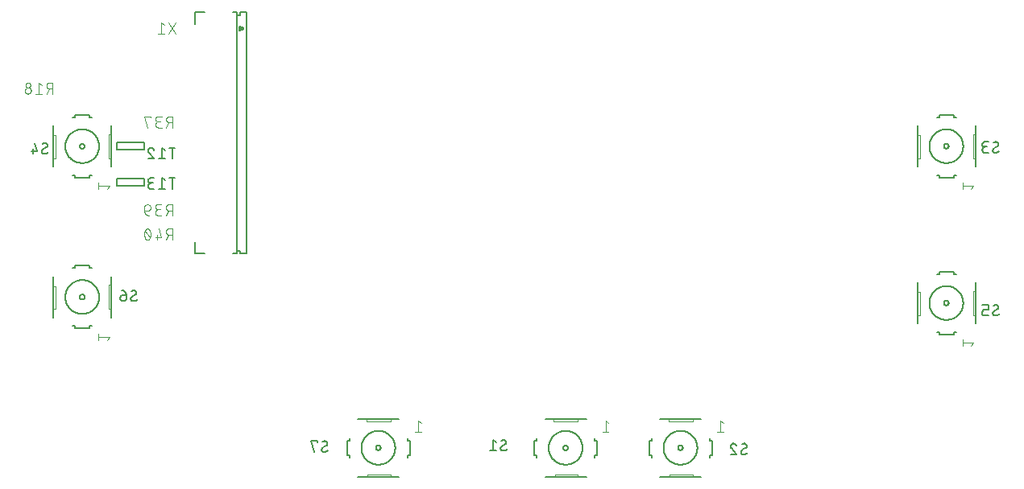
<source format=gbr>
G04 EAGLE Gerber X2 export*
%TF.Part,Single*%
%TF.FileFunction,Legend,Bot,1*%
%TF.FilePolarity,Positive*%
%TF.GenerationSoftware,Autodesk,EAGLE,8.7.1*%
%TF.CreationDate,2018-03-30T22:44:39Z*%
G75*
%MOMM*%
%FSLAX34Y34*%
%LPD*%
%AMOC8*
5,1,8,0,0,1.08239X$1,22.5*%
G01*
%ADD10C,0.101600*%
%ADD11C,0.152400*%
%ADD12C,0.050800*%
%ADD13C,0.127000*%
%ADD14C,0.203200*%

G36*
X349785Y634994D02*
X349785Y634994D01*
X349793Y634994D01*
X349844Y635009D01*
X350051Y635063D01*
X350084Y635083D01*
X350114Y635092D01*
X354114Y637092D01*
X354196Y637149D01*
X354283Y637198D01*
X354313Y637229D01*
X354348Y637253D01*
X354411Y637331D01*
X354481Y637402D01*
X354501Y637440D01*
X354528Y637473D01*
X354567Y637565D01*
X354614Y637653D01*
X354623Y637695D01*
X354640Y637735D01*
X354652Y637834D01*
X354673Y637931D01*
X354670Y637974D01*
X354675Y638017D01*
X354660Y638115D01*
X354652Y638215D01*
X354637Y638255D01*
X354631Y638298D01*
X354588Y638388D01*
X354554Y638481D01*
X354528Y638516D01*
X354510Y638555D01*
X354444Y638630D01*
X354385Y638710D01*
X354354Y638733D01*
X354323Y638769D01*
X354190Y638854D01*
X354183Y638861D01*
X354169Y638868D01*
X354114Y638908D01*
X350114Y640908D01*
X350106Y640911D01*
X350099Y640916D01*
X349971Y640956D01*
X349844Y640998D01*
X349836Y640999D01*
X349828Y641001D01*
X349693Y641005D01*
X349560Y641010D01*
X349552Y641008D01*
X349544Y641009D01*
X349414Y640975D01*
X349284Y640943D01*
X349277Y640939D01*
X349269Y640937D01*
X349154Y640869D01*
X349037Y640802D01*
X349032Y640796D01*
X349024Y640792D01*
X348932Y640694D01*
X348840Y640598D01*
X348836Y640590D01*
X348830Y640584D01*
X348769Y640465D01*
X348706Y640347D01*
X348704Y640339D01*
X348700Y640331D01*
X348692Y640279D01*
X348647Y640069D01*
X348650Y640031D01*
X348645Y640000D01*
X348645Y636000D01*
X348646Y635992D01*
X348645Y635983D01*
X348666Y635851D01*
X348685Y635719D01*
X348688Y635711D01*
X348689Y635702D01*
X348746Y635581D01*
X348801Y635459D01*
X348806Y635453D01*
X348810Y635445D01*
X348898Y635344D01*
X348985Y635242D01*
X348992Y635237D01*
X348997Y635231D01*
X349110Y635159D01*
X349221Y635085D01*
X349229Y635082D01*
X349236Y635077D01*
X349365Y635039D01*
X349492Y634999D01*
X349501Y634999D01*
X349509Y634996D01*
X349643Y634995D01*
X349776Y634991D01*
X349785Y634994D01*
G37*
D10*
X153162Y569468D02*
X153162Y581152D01*
X149916Y581152D01*
X149803Y581150D01*
X149690Y581144D01*
X149577Y581134D01*
X149464Y581120D01*
X149352Y581103D01*
X149241Y581081D01*
X149131Y581056D01*
X149021Y581026D01*
X148913Y580993D01*
X148806Y580956D01*
X148700Y580916D01*
X148596Y580871D01*
X148493Y580823D01*
X148392Y580772D01*
X148293Y580717D01*
X148196Y580659D01*
X148101Y580597D01*
X148008Y580532D01*
X147918Y580464D01*
X147830Y580393D01*
X147744Y580318D01*
X147661Y580241D01*
X147581Y580161D01*
X147504Y580078D01*
X147429Y579992D01*
X147358Y579904D01*
X147290Y579814D01*
X147225Y579721D01*
X147163Y579626D01*
X147105Y579529D01*
X147050Y579430D01*
X146999Y579329D01*
X146951Y579226D01*
X146906Y579122D01*
X146866Y579016D01*
X146829Y578909D01*
X146796Y578801D01*
X146766Y578691D01*
X146741Y578581D01*
X146719Y578470D01*
X146702Y578358D01*
X146688Y578245D01*
X146678Y578132D01*
X146672Y578019D01*
X146670Y577906D01*
X146672Y577793D01*
X146678Y577680D01*
X146688Y577567D01*
X146702Y577454D01*
X146719Y577342D01*
X146741Y577231D01*
X146766Y577121D01*
X146796Y577011D01*
X146829Y576903D01*
X146866Y576796D01*
X146906Y576690D01*
X146951Y576586D01*
X146999Y576483D01*
X147050Y576382D01*
X147105Y576283D01*
X147163Y576186D01*
X147225Y576091D01*
X147290Y575998D01*
X147358Y575908D01*
X147429Y575820D01*
X147504Y575734D01*
X147581Y575651D01*
X147661Y575571D01*
X147744Y575494D01*
X147830Y575419D01*
X147918Y575348D01*
X148008Y575280D01*
X148101Y575215D01*
X148196Y575153D01*
X148293Y575095D01*
X148392Y575040D01*
X148493Y574989D01*
X148596Y574941D01*
X148700Y574896D01*
X148806Y574856D01*
X148913Y574819D01*
X149021Y574786D01*
X149131Y574756D01*
X149241Y574731D01*
X149352Y574709D01*
X149464Y574692D01*
X149577Y574678D01*
X149690Y574668D01*
X149803Y574662D01*
X149916Y574660D01*
X149916Y574661D02*
X153162Y574661D01*
X149267Y574661D02*
X146671Y569468D01*
X141806Y578556D02*
X138560Y581152D01*
X138560Y569468D01*
X135315Y569468D02*
X141806Y569468D01*
X130376Y572714D02*
X130374Y572827D01*
X130368Y572940D01*
X130358Y573053D01*
X130344Y573166D01*
X130327Y573278D01*
X130305Y573389D01*
X130280Y573499D01*
X130250Y573609D01*
X130217Y573717D01*
X130180Y573824D01*
X130140Y573930D01*
X130095Y574034D01*
X130047Y574137D01*
X129996Y574238D01*
X129941Y574337D01*
X129883Y574434D01*
X129821Y574529D01*
X129756Y574622D01*
X129688Y574712D01*
X129617Y574800D01*
X129542Y574886D01*
X129465Y574969D01*
X129385Y575049D01*
X129302Y575126D01*
X129216Y575201D01*
X129128Y575272D01*
X129038Y575340D01*
X128945Y575405D01*
X128850Y575467D01*
X128753Y575525D01*
X128654Y575580D01*
X128553Y575631D01*
X128450Y575679D01*
X128346Y575724D01*
X128240Y575764D01*
X128133Y575801D01*
X128025Y575834D01*
X127915Y575864D01*
X127805Y575889D01*
X127694Y575911D01*
X127582Y575928D01*
X127469Y575942D01*
X127356Y575952D01*
X127243Y575958D01*
X127130Y575960D01*
X127017Y575958D01*
X126904Y575952D01*
X126791Y575942D01*
X126678Y575928D01*
X126566Y575911D01*
X126455Y575889D01*
X126345Y575864D01*
X126235Y575834D01*
X126127Y575801D01*
X126020Y575764D01*
X125914Y575724D01*
X125810Y575679D01*
X125707Y575631D01*
X125606Y575580D01*
X125507Y575525D01*
X125410Y575467D01*
X125315Y575405D01*
X125222Y575340D01*
X125132Y575272D01*
X125044Y575201D01*
X124958Y575126D01*
X124875Y575049D01*
X124795Y574969D01*
X124718Y574886D01*
X124643Y574800D01*
X124572Y574712D01*
X124504Y574622D01*
X124439Y574529D01*
X124377Y574434D01*
X124319Y574337D01*
X124264Y574238D01*
X124213Y574137D01*
X124165Y574034D01*
X124120Y573930D01*
X124080Y573824D01*
X124043Y573717D01*
X124010Y573609D01*
X123980Y573499D01*
X123955Y573389D01*
X123933Y573278D01*
X123916Y573166D01*
X123902Y573053D01*
X123892Y572940D01*
X123886Y572827D01*
X123884Y572714D01*
X123886Y572601D01*
X123892Y572488D01*
X123902Y572375D01*
X123916Y572262D01*
X123933Y572150D01*
X123955Y572039D01*
X123980Y571929D01*
X124010Y571819D01*
X124043Y571711D01*
X124080Y571604D01*
X124120Y571498D01*
X124165Y571394D01*
X124213Y571291D01*
X124264Y571190D01*
X124319Y571091D01*
X124377Y570994D01*
X124439Y570899D01*
X124504Y570806D01*
X124572Y570716D01*
X124643Y570628D01*
X124718Y570542D01*
X124795Y570459D01*
X124875Y570379D01*
X124958Y570302D01*
X125044Y570227D01*
X125132Y570156D01*
X125222Y570088D01*
X125315Y570023D01*
X125410Y569961D01*
X125507Y569903D01*
X125606Y569848D01*
X125707Y569797D01*
X125810Y569749D01*
X125914Y569704D01*
X126020Y569664D01*
X126127Y569627D01*
X126235Y569594D01*
X126345Y569564D01*
X126455Y569539D01*
X126566Y569517D01*
X126678Y569500D01*
X126791Y569486D01*
X126904Y569476D01*
X127017Y569470D01*
X127130Y569468D01*
X127243Y569470D01*
X127356Y569476D01*
X127469Y569486D01*
X127582Y569500D01*
X127694Y569517D01*
X127805Y569539D01*
X127915Y569564D01*
X128025Y569594D01*
X128133Y569627D01*
X128240Y569664D01*
X128346Y569704D01*
X128450Y569749D01*
X128553Y569797D01*
X128654Y569848D01*
X128753Y569903D01*
X128850Y569961D01*
X128945Y570023D01*
X129038Y570088D01*
X129128Y570156D01*
X129216Y570227D01*
X129302Y570302D01*
X129385Y570379D01*
X129465Y570459D01*
X129542Y570542D01*
X129617Y570628D01*
X129688Y570716D01*
X129756Y570806D01*
X129821Y570899D01*
X129883Y570994D01*
X129941Y571091D01*
X129996Y571190D01*
X130047Y571291D01*
X130095Y571394D01*
X130140Y571498D01*
X130180Y571604D01*
X130217Y571711D01*
X130250Y571819D01*
X130280Y571929D01*
X130305Y572039D01*
X130327Y572150D01*
X130344Y572262D01*
X130358Y572375D01*
X130368Y572488D01*
X130374Y572601D01*
X130376Y572714D01*
X129726Y578556D02*
X129724Y578657D01*
X129718Y578757D01*
X129708Y578857D01*
X129695Y578957D01*
X129677Y579056D01*
X129656Y579155D01*
X129631Y579252D01*
X129602Y579349D01*
X129569Y579444D01*
X129533Y579538D01*
X129493Y579630D01*
X129450Y579721D01*
X129403Y579810D01*
X129353Y579897D01*
X129299Y579983D01*
X129242Y580066D01*
X129182Y580146D01*
X129119Y580225D01*
X129052Y580301D01*
X128983Y580374D01*
X128911Y580444D01*
X128837Y580512D01*
X128760Y580577D01*
X128680Y580638D01*
X128598Y580697D01*
X128514Y580752D01*
X128428Y580804D01*
X128340Y580853D01*
X128250Y580898D01*
X128158Y580940D01*
X128065Y580978D01*
X127970Y581012D01*
X127875Y581043D01*
X127778Y581070D01*
X127680Y581093D01*
X127581Y581113D01*
X127481Y581128D01*
X127381Y581140D01*
X127281Y581148D01*
X127180Y581152D01*
X127080Y581152D01*
X126979Y581148D01*
X126879Y581140D01*
X126779Y581128D01*
X126679Y581113D01*
X126580Y581093D01*
X126482Y581070D01*
X126385Y581043D01*
X126290Y581012D01*
X126195Y580978D01*
X126102Y580940D01*
X126010Y580898D01*
X125920Y580853D01*
X125832Y580804D01*
X125746Y580752D01*
X125662Y580697D01*
X125580Y580638D01*
X125500Y580577D01*
X125423Y580512D01*
X125349Y580444D01*
X125277Y580374D01*
X125208Y580301D01*
X125141Y580225D01*
X125078Y580146D01*
X125018Y580066D01*
X124961Y579983D01*
X124907Y579897D01*
X124857Y579810D01*
X124810Y579721D01*
X124767Y579630D01*
X124727Y579538D01*
X124691Y579444D01*
X124658Y579349D01*
X124629Y579252D01*
X124604Y579155D01*
X124583Y579056D01*
X124565Y578957D01*
X124552Y578857D01*
X124542Y578757D01*
X124536Y578657D01*
X124534Y578556D01*
X124536Y578455D01*
X124542Y578355D01*
X124552Y578255D01*
X124565Y578155D01*
X124583Y578056D01*
X124604Y577957D01*
X124629Y577860D01*
X124658Y577763D01*
X124691Y577668D01*
X124727Y577574D01*
X124767Y577482D01*
X124810Y577391D01*
X124857Y577302D01*
X124907Y577215D01*
X124961Y577129D01*
X125018Y577046D01*
X125078Y576966D01*
X125141Y576887D01*
X125208Y576811D01*
X125277Y576738D01*
X125349Y576668D01*
X125423Y576600D01*
X125500Y576535D01*
X125580Y576474D01*
X125662Y576415D01*
X125746Y576360D01*
X125832Y576308D01*
X125920Y576259D01*
X126010Y576214D01*
X126102Y576172D01*
X126195Y576134D01*
X126290Y576100D01*
X126385Y576069D01*
X126482Y576042D01*
X126580Y576019D01*
X126679Y575999D01*
X126779Y575984D01*
X126879Y575972D01*
X126979Y575964D01*
X127080Y575960D01*
X127180Y575960D01*
X127281Y575964D01*
X127381Y575972D01*
X127481Y575984D01*
X127581Y575999D01*
X127680Y576019D01*
X127778Y576042D01*
X127875Y576069D01*
X127970Y576100D01*
X128065Y576134D01*
X128158Y576172D01*
X128250Y576214D01*
X128340Y576259D01*
X128428Y576308D01*
X128514Y576360D01*
X128598Y576415D01*
X128680Y576474D01*
X128760Y576535D01*
X128837Y576600D01*
X128911Y576668D01*
X128983Y576738D01*
X129052Y576811D01*
X129119Y576887D01*
X129182Y576966D01*
X129242Y577046D01*
X129299Y577129D01*
X129353Y577215D01*
X129403Y577302D01*
X129450Y577391D01*
X129493Y577482D01*
X129533Y577574D01*
X129569Y577668D01*
X129602Y577763D01*
X129631Y577860D01*
X129656Y577957D01*
X129677Y578056D01*
X129695Y578155D01*
X129708Y578255D01*
X129718Y578355D01*
X129724Y578455D01*
X129726Y578556D01*
X278892Y545592D02*
X278892Y533908D01*
X278892Y545592D02*
X275646Y545592D01*
X275533Y545590D01*
X275420Y545584D01*
X275307Y545574D01*
X275194Y545560D01*
X275082Y545543D01*
X274971Y545521D01*
X274861Y545496D01*
X274751Y545466D01*
X274643Y545433D01*
X274536Y545396D01*
X274430Y545356D01*
X274326Y545311D01*
X274223Y545263D01*
X274122Y545212D01*
X274023Y545157D01*
X273926Y545099D01*
X273831Y545037D01*
X273738Y544972D01*
X273648Y544904D01*
X273560Y544833D01*
X273474Y544758D01*
X273391Y544681D01*
X273311Y544601D01*
X273234Y544518D01*
X273159Y544432D01*
X273088Y544344D01*
X273020Y544254D01*
X272955Y544161D01*
X272893Y544066D01*
X272835Y543969D01*
X272780Y543870D01*
X272729Y543769D01*
X272681Y543666D01*
X272636Y543562D01*
X272596Y543456D01*
X272559Y543349D01*
X272526Y543241D01*
X272496Y543131D01*
X272471Y543021D01*
X272449Y542910D01*
X272432Y542798D01*
X272418Y542685D01*
X272408Y542572D01*
X272402Y542459D01*
X272400Y542346D01*
X272402Y542233D01*
X272408Y542120D01*
X272418Y542007D01*
X272432Y541894D01*
X272449Y541782D01*
X272471Y541671D01*
X272496Y541561D01*
X272526Y541451D01*
X272559Y541343D01*
X272596Y541236D01*
X272636Y541130D01*
X272681Y541026D01*
X272729Y540923D01*
X272780Y540822D01*
X272835Y540723D01*
X272893Y540626D01*
X272955Y540531D01*
X273020Y540438D01*
X273088Y540348D01*
X273159Y540260D01*
X273234Y540174D01*
X273311Y540091D01*
X273391Y540011D01*
X273474Y539934D01*
X273560Y539859D01*
X273648Y539788D01*
X273738Y539720D01*
X273831Y539655D01*
X273926Y539593D01*
X274023Y539535D01*
X274122Y539480D01*
X274223Y539429D01*
X274326Y539381D01*
X274430Y539336D01*
X274536Y539296D01*
X274643Y539259D01*
X274751Y539226D01*
X274861Y539196D01*
X274971Y539171D01*
X275082Y539149D01*
X275194Y539132D01*
X275307Y539118D01*
X275420Y539108D01*
X275533Y539102D01*
X275646Y539100D01*
X275646Y539101D02*
X278892Y539101D01*
X274997Y539101D02*
X272401Y533908D01*
X267536Y533908D02*
X264290Y533908D01*
X264177Y533910D01*
X264064Y533916D01*
X263951Y533926D01*
X263838Y533940D01*
X263726Y533957D01*
X263615Y533979D01*
X263505Y534004D01*
X263395Y534034D01*
X263287Y534067D01*
X263180Y534104D01*
X263074Y534144D01*
X262970Y534189D01*
X262867Y534237D01*
X262766Y534288D01*
X262667Y534343D01*
X262570Y534401D01*
X262475Y534463D01*
X262382Y534528D01*
X262292Y534596D01*
X262204Y534667D01*
X262118Y534742D01*
X262035Y534819D01*
X261955Y534899D01*
X261878Y534982D01*
X261803Y535068D01*
X261732Y535156D01*
X261664Y535246D01*
X261599Y535339D01*
X261537Y535434D01*
X261479Y535531D01*
X261424Y535630D01*
X261373Y535731D01*
X261325Y535834D01*
X261280Y535938D01*
X261240Y536044D01*
X261203Y536151D01*
X261170Y536259D01*
X261140Y536369D01*
X261115Y536479D01*
X261093Y536590D01*
X261076Y536702D01*
X261062Y536815D01*
X261052Y536928D01*
X261046Y537041D01*
X261044Y537154D01*
X261046Y537267D01*
X261052Y537380D01*
X261062Y537493D01*
X261076Y537606D01*
X261093Y537718D01*
X261115Y537829D01*
X261140Y537939D01*
X261170Y538049D01*
X261203Y538157D01*
X261240Y538264D01*
X261280Y538370D01*
X261325Y538474D01*
X261373Y538577D01*
X261424Y538678D01*
X261479Y538777D01*
X261537Y538874D01*
X261599Y538969D01*
X261664Y539062D01*
X261732Y539152D01*
X261803Y539240D01*
X261878Y539326D01*
X261955Y539409D01*
X262035Y539489D01*
X262118Y539566D01*
X262204Y539641D01*
X262292Y539712D01*
X262382Y539780D01*
X262475Y539845D01*
X262570Y539907D01*
X262667Y539965D01*
X262766Y540020D01*
X262867Y540071D01*
X262970Y540119D01*
X263074Y540164D01*
X263180Y540204D01*
X263287Y540241D01*
X263395Y540274D01*
X263505Y540304D01*
X263615Y540329D01*
X263726Y540351D01*
X263838Y540368D01*
X263951Y540382D01*
X264064Y540392D01*
X264177Y540398D01*
X264290Y540400D01*
X263641Y545592D02*
X267536Y545592D01*
X263641Y545592D02*
X263540Y545590D01*
X263440Y545584D01*
X263340Y545574D01*
X263240Y545561D01*
X263141Y545543D01*
X263042Y545522D01*
X262945Y545497D01*
X262848Y545468D01*
X262753Y545435D01*
X262659Y545399D01*
X262567Y545359D01*
X262476Y545316D01*
X262387Y545269D01*
X262300Y545219D01*
X262214Y545165D01*
X262131Y545108D01*
X262051Y545048D01*
X261972Y544985D01*
X261896Y544918D01*
X261823Y544849D01*
X261753Y544777D01*
X261685Y544703D01*
X261620Y544626D01*
X261559Y544546D01*
X261500Y544464D01*
X261445Y544380D01*
X261393Y544294D01*
X261344Y544206D01*
X261299Y544116D01*
X261257Y544024D01*
X261219Y543931D01*
X261185Y543836D01*
X261154Y543741D01*
X261127Y543644D01*
X261104Y543546D01*
X261084Y543447D01*
X261069Y543347D01*
X261057Y543247D01*
X261049Y543147D01*
X261045Y543046D01*
X261045Y542946D01*
X261049Y542845D01*
X261057Y542745D01*
X261069Y542645D01*
X261084Y542545D01*
X261104Y542446D01*
X261127Y542348D01*
X261154Y542251D01*
X261185Y542156D01*
X261219Y542061D01*
X261257Y541968D01*
X261299Y541876D01*
X261344Y541786D01*
X261393Y541698D01*
X261445Y541612D01*
X261500Y541528D01*
X261559Y541446D01*
X261620Y541366D01*
X261685Y541289D01*
X261753Y541215D01*
X261823Y541143D01*
X261896Y541074D01*
X261972Y541007D01*
X262051Y540944D01*
X262131Y540884D01*
X262214Y540827D01*
X262300Y540773D01*
X262387Y540723D01*
X262476Y540676D01*
X262567Y540633D01*
X262659Y540593D01*
X262753Y540557D01*
X262848Y540524D01*
X262945Y540495D01*
X263042Y540470D01*
X263141Y540449D01*
X263240Y540431D01*
X263340Y540418D01*
X263440Y540408D01*
X263540Y540402D01*
X263641Y540400D01*
X263641Y540399D02*
X266237Y540399D01*
X256106Y544294D02*
X256106Y545592D01*
X249615Y545592D01*
X252860Y533908D01*
X278705Y452882D02*
X278705Y441198D01*
X278705Y452882D02*
X275460Y452882D01*
X275347Y452880D01*
X275234Y452874D01*
X275121Y452864D01*
X275008Y452850D01*
X274896Y452833D01*
X274785Y452811D01*
X274675Y452786D01*
X274565Y452756D01*
X274457Y452723D01*
X274350Y452686D01*
X274244Y452646D01*
X274140Y452601D01*
X274037Y452553D01*
X273936Y452502D01*
X273837Y452447D01*
X273740Y452389D01*
X273645Y452327D01*
X273552Y452262D01*
X273462Y452194D01*
X273374Y452123D01*
X273288Y452048D01*
X273205Y451971D01*
X273125Y451891D01*
X273048Y451808D01*
X272973Y451722D01*
X272902Y451634D01*
X272834Y451544D01*
X272769Y451451D01*
X272707Y451356D01*
X272649Y451259D01*
X272594Y451160D01*
X272543Y451059D01*
X272495Y450956D01*
X272450Y450852D01*
X272410Y450746D01*
X272373Y450639D01*
X272340Y450531D01*
X272310Y450421D01*
X272285Y450311D01*
X272263Y450200D01*
X272246Y450088D01*
X272232Y449975D01*
X272222Y449862D01*
X272216Y449749D01*
X272214Y449636D01*
X272216Y449523D01*
X272222Y449410D01*
X272232Y449297D01*
X272246Y449184D01*
X272263Y449072D01*
X272285Y448961D01*
X272310Y448851D01*
X272340Y448741D01*
X272373Y448633D01*
X272410Y448526D01*
X272450Y448420D01*
X272495Y448316D01*
X272543Y448213D01*
X272594Y448112D01*
X272649Y448013D01*
X272707Y447916D01*
X272769Y447821D01*
X272834Y447728D01*
X272902Y447638D01*
X272973Y447550D01*
X273048Y447464D01*
X273125Y447381D01*
X273205Y447301D01*
X273288Y447224D01*
X273374Y447149D01*
X273462Y447078D01*
X273552Y447010D01*
X273645Y446945D01*
X273740Y446883D01*
X273837Y446825D01*
X273936Y446770D01*
X274037Y446719D01*
X274140Y446671D01*
X274244Y446626D01*
X274350Y446586D01*
X274457Y446549D01*
X274565Y446516D01*
X274675Y446486D01*
X274785Y446461D01*
X274896Y446439D01*
X275008Y446422D01*
X275121Y446408D01*
X275234Y446398D01*
X275347Y446392D01*
X275460Y446390D01*
X275460Y446391D02*
X278705Y446391D01*
X274811Y446391D02*
X272214Y441198D01*
X267349Y441198D02*
X264104Y441198D01*
X263991Y441200D01*
X263878Y441206D01*
X263765Y441216D01*
X263652Y441230D01*
X263540Y441247D01*
X263429Y441269D01*
X263319Y441294D01*
X263209Y441324D01*
X263101Y441357D01*
X262994Y441394D01*
X262888Y441434D01*
X262784Y441479D01*
X262681Y441527D01*
X262580Y441578D01*
X262481Y441633D01*
X262384Y441691D01*
X262289Y441753D01*
X262196Y441818D01*
X262106Y441886D01*
X262018Y441957D01*
X261932Y442032D01*
X261849Y442109D01*
X261769Y442189D01*
X261692Y442272D01*
X261617Y442358D01*
X261546Y442446D01*
X261478Y442536D01*
X261413Y442629D01*
X261351Y442724D01*
X261293Y442821D01*
X261238Y442920D01*
X261187Y443021D01*
X261139Y443124D01*
X261094Y443228D01*
X261054Y443334D01*
X261017Y443441D01*
X260984Y443549D01*
X260954Y443659D01*
X260929Y443769D01*
X260907Y443880D01*
X260890Y443992D01*
X260876Y444105D01*
X260866Y444218D01*
X260860Y444331D01*
X260858Y444444D01*
X260860Y444557D01*
X260866Y444670D01*
X260876Y444783D01*
X260890Y444896D01*
X260907Y445008D01*
X260929Y445119D01*
X260954Y445229D01*
X260984Y445339D01*
X261017Y445447D01*
X261054Y445554D01*
X261094Y445660D01*
X261139Y445764D01*
X261187Y445867D01*
X261238Y445968D01*
X261293Y446067D01*
X261351Y446164D01*
X261413Y446259D01*
X261478Y446352D01*
X261546Y446442D01*
X261617Y446530D01*
X261692Y446616D01*
X261769Y446699D01*
X261849Y446779D01*
X261932Y446856D01*
X262018Y446931D01*
X262106Y447002D01*
X262196Y447070D01*
X262289Y447135D01*
X262384Y447197D01*
X262481Y447255D01*
X262580Y447310D01*
X262681Y447361D01*
X262784Y447409D01*
X262888Y447454D01*
X262994Y447494D01*
X263101Y447531D01*
X263209Y447564D01*
X263319Y447594D01*
X263429Y447619D01*
X263540Y447641D01*
X263652Y447658D01*
X263765Y447672D01*
X263878Y447682D01*
X263991Y447688D01*
X264104Y447690D01*
X263454Y452882D02*
X267349Y452882D01*
X263454Y452882D02*
X263353Y452880D01*
X263253Y452874D01*
X263153Y452864D01*
X263053Y452851D01*
X262954Y452833D01*
X262855Y452812D01*
X262758Y452787D01*
X262661Y452758D01*
X262566Y452725D01*
X262472Y452689D01*
X262380Y452649D01*
X262289Y452606D01*
X262200Y452559D01*
X262113Y452509D01*
X262027Y452455D01*
X261944Y452398D01*
X261864Y452338D01*
X261785Y452275D01*
X261709Y452208D01*
X261636Y452139D01*
X261566Y452067D01*
X261498Y451993D01*
X261433Y451916D01*
X261372Y451836D01*
X261313Y451754D01*
X261258Y451670D01*
X261206Y451584D01*
X261157Y451496D01*
X261112Y451406D01*
X261070Y451314D01*
X261032Y451221D01*
X260998Y451126D01*
X260967Y451031D01*
X260940Y450934D01*
X260917Y450836D01*
X260897Y450737D01*
X260882Y450637D01*
X260870Y450537D01*
X260862Y450437D01*
X260858Y450336D01*
X260858Y450236D01*
X260862Y450135D01*
X260870Y450035D01*
X260882Y449935D01*
X260897Y449835D01*
X260917Y449736D01*
X260940Y449638D01*
X260967Y449541D01*
X260998Y449446D01*
X261032Y449351D01*
X261070Y449258D01*
X261112Y449166D01*
X261157Y449076D01*
X261206Y448988D01*
X261258Y448902D01*
X261313Y448818D01*
X261372Y448736D01*
X261433Y448656D01*
X261498Y448579D01*
X261566Y448505D01*
X261636Y448433D01*
X261709Y448364D01*
X261785Y448297D01*
X261864Y448234D01*
X261944Y448174D01*
X262027Y448117D01*
X262113Y448063D01*
X262200Y448013D01*
X262289Y447966D01*
X262380Y447923D01*
X262472Y447883D01*
X262566Y447847D01*
X262661Y447814D01*
X262758Y447785D01*
X262855Y447760D01*
X262954Y447739D01*
X263053Y447721D01*
X263153Y447708D01*
X263253Y447698D01*
X263353Y447692D01*
X263454Y447690D01*
X263454Y447689D02*
X266051Y447689D01*
X253323Y446391D02*
X249428Y446391D01*
X253323Y446391D02*
X253422Y446393D01*
X253522Y446399D01*
X253621Y446408D01*
X253719Y446421D01*
X253817Y446438D01*
X253915Y446459D01*
X254011Y446484D01*
X254106Y446512D01*
X254200Y446544D01*
X254293Y446579D01*
X254385Y446618D01*
X254475Y446661D01*
X254563Y446706D01*
X254650Y446756D01*
X254734Y446808D01*
X254817Y446864D01*
X254897Y446922D01*
X254975Y446984D01*
X255050Y447049D01*
X255123Y447117D01*
X255193Y447187D01*
X255261Y447260D01*
X255326Y447335D01*
X255388Y447413D01*
X255446Y447493D01*
X255502Y447576D01*
X255554Y447660D01*
X255604Y447747D01*
X255649Y447835D01*
X255692Y447925D01*
X255731Y448017D01*
X255766Y448110D01*
X255798Y448204D01*
X255826Y448299D01*
X255851Y448395D01*
X255872Y448493D01*
X255889Y448591D01*
X255902Y448689D01*
X255911Y448788D01*
X255917Y448888D01*
X255919Y448987D01*
X255919Y449636D01*
X255920Y449636D02*
X255918Y449749D01*
X255912Y449862D01*
X255902Y449975D01*
X255888Y450088D01*
X255871Y450200D01*
X255849Y450311D01*
X255824Y450421D01*
X255794Y450531D01*
X255761Y450639D01*
X255724Y450746D01*
X255684Y450852D01*
X255639Y450956D01*
X255591Y451059D01*
X255540Y451160D01*
X255485Y451259D01*
X255427Y451356D01*
X255365Y451451D01*
X255300Y451544D01*
X255232Y451634D01*
X255161Y451722D01*
X255086Y451808D01*
X255009Y451891D01*
X254929Y451971D01*
X254846Y452048D01*
X254760Y452123D01*
X254672Y452194D01*
X254582Y452262D01*
X254489Y452327D01*
X254394Y452389D01*
X254297Y452447D01*
X254198Y452502D01*
X254097Y452553D01*
X253994Y452601D01*
X253890Y452646D01*
X253784Y452686D01*
X253677Y452723D01*
X253569Y452756D01*
X253459Y452786D01*
X253349Y452811D01*
X253238Y452833D01*
X253126Y452850D01*
X253013Y452864D01*
X252900Y452874D01*
X252787Y452880D01*
X252674Y452882D01*
X252561Y452880D01*
X252448Y452874D01*
X252335Y452864D01*
X252222Y452850D01*
X252110Y452833D01*
X251999Y452811D01*
X251889Y452786D01*
X251779Y452756D01*
X251671Y452723D01*
X251564Y452686D01*
X251458Y452646D01*
X251354Y452601D01*
X251251Y452553D01*
X251150Y452502D01*
X251051Y452447D01*
X250954Y452389D01*
X250859Y452327D01*
X250766Y452262D01*
X250676Y452194D01*
X250588Y452123D01*
X250502Y452048D01*
X250419Y451971D01*
X250339Y451891D01*
X250262Y451808D01*
X250187Y451722D01*
X250116Y451634D01*
X250048Y451544D01*
X249983Y451451D01*
X249921Y451356D01*
X249863Y451259D01*
X249808Y451160D01*
X249757Y451059D01*
X249709Y450956D01*
X249664Y450852D01*
X249624Y450746D01*
X249587Y450639D01*
X249554Y450531D01*
X249524Y450421D01*
X249499Y450311D01*
X249477Y450200D01*
X249460Y450088D01*
X249446Y449975D01*
X249436Y449862D01*
X249430Y449749D01*
X249428Y449636D01*
X249428Y446391D01*
X249430Y446248D01*
X249436Y446105D01*
X249446Y445962D01*
X249460Y445820D01*
X249477Y445678D01*
X249499Y445536D01*
X249524Y445395D01*
X249554Y445255D01*
X249587Y445116D01*
X249624Y444978D01*
X249665Y444841D01*
X249709Y444705D01*
X249758Y444570D01*
X249810Y444437D01*
X249865Y444305D01*
X249925Y444175D01*
X249988Y444046D01*
X250054Y443919D01*
X250124Y443795D01*
X250197Y443672D01*
X250274Y443551D01*
X250354Y443432D01*
X250437Y443316D01*
X250523Y443201D01*
X250612Y443090D01*
X250705Y442980D01*
X250800Y442874D01*
X250899Y442770D01*
X251000Y442669D01*
X251104Y442570D01*
X251210Y442475D01*
X251320Y442382D01*
X251431Y442293D01*
X251546Y442207D01*
X251662Y442124D01*
X251781Y442044D01*
X251902Y441967D01*
X252024Y441894D01*
X252149Y441824D01*
X252276Y441758D01*
X252405Y441695D01*
X252535Y441635D01*
X252667Y441580D01*
X252800Y441528D01*
X252935Y441479D01*
X253071Y441435D01*
X253208Y441394D01*
X253346Y441357D01*
X253485Y441324D01*
X253625Y441294D01*
X253766Y441269D01*
X253908Y441247D01*
X254050Y441230D01*
X254192Y441216D01*
X254335Y441206D01*
X254478Y441200D01*
X254621Y441198D01*
X278705Y427482D02*
X278705Y415798D01*
X278705Y427482D02*
X275460Y427482D01*
X275347Y427480D01*
X275234Y427474D01*
X275121Y427464D01*
X275008Y427450D01*
X274896Y427433D01*
X274785Y427411D01*
X274675Y427386D01*
X274565Y427356D01*
X274457Y427323D01*
X274350Y427286D01*
X274244Y427246D01*
X274140Y427201D01*
X274037Y427153D01*
X273936Y427102D01*
X273837Y427047D01*
X273740Y426989D01*
X273645Y426927D01*
X273552Y426862D01*
X273462Y426794D01*
X273374Y426723D01*
X273288Y426648D01*
X273205Y426571D01*
X273125Y426491D01*
X273048Y426408D01*
X272973Y426322D01*
X272902Y426234D01*
X272834Y426144D01*
X272769Y426051D01*
X272707Y425956D01*
X272649Y425859D01*
X272594Y425760D01*
X272543Y425659D01*
X272495Y425556D01*
X272450Y425452D01*
X272410Y425346D01*
X272373Y425239D01*
X272340Y425131D01*
X272310Y425021D01*
X272285Y424911D01*
X272263Y424800D01*
X272246Y424688D01*
X272232Y424575D01*
X272222Y424462D01*
X272216Y424349D01*
X272214Y424236D01*
X272216Y424123D01*
X272222Y424010D01*
X272232Y423897D01*
X272246Y423784D01*
X272263Y423672D01*
X272285Y423561D01*
X272310Y423451D01*
X272340Y423341D01*
X272373Y423233D01*
X272410Y423126D01*
X272450Y423020D01*
X272495Y422916D01*
X272543Y422813D01*
X272594Y422712D01*
X272649Y422613D01*
X272707Y422516D01*
X272769Y422421D01*
X272834Y422328D01*
X272902Y422238D01*
X272973Y422150D01*
X273048Y422064D01*
X273125Y421981D01*
X273205Y421901D01*
X273288Y421824D01*
X273374Y421749D01*
X273462Y421678D01*
X273552Y421610D01*
X273645Y421545D01*
X273740Y421483D01*
X273837Y421425D01*
X273936Y421370D01*
X274037Y421319D01*
X274140Y421271D01*
X274244Y421226D01*
X274350Y421186D01*
X274457Y421149D01*
X274565Y421116D01*
X274675Y421086D01*
X274785Y421061D01*
X274896Y421039D01*
X275008Y421022D01*
X275121Y421008D01*
X275234Y420998D01*
X275347Y420992D01*
X275460Y420990D01*
X275460Y420991D02*
X278705Y420991D01*
X274811Y420991D02*
X272214Y415798D01*
X267349Y418394D02*
X264753Y427482D01*
X267349Y418394D02*
X260858Y418394D01*
X262805Y420991D02*
X262805Y415798D01*
X255920Y421640D02*
X255917Y421870D01*
X255909Y422100D01*
X255895Y422329D01*
X255876Y422558D01*
X255851Y422787D01*
X255821Y423015D01*
X255786Y423242D01*
X255745Y423468D01*
X255699Y423693D01*
X255647Y423917D01*
X255590Y424140D01*
X255528Y424361D01*
X255460Y424581D01*
X255387Y424799D01*
X255309Y425015D01*
X255226Y425229D01*
X255138Y425442D01*
X255045Y425652D01*
X254946Y425859D01*
X254913Y425949D01*
X254877Y426038D01*
X254837Y426126D01*
X254793Y426211D01*
X254746Y426295D01*
X254696Y426377D01*
X254642Y426457D01*
X254586Y426534D01*
X254526Y426610D01*
X254463Y426683D01*
X254398Y426753D01*
X254329Y426821D01*
X254258Y426885D01*
X254185Y426947D01*
X254109Y427006D01*
X254031Y427062D01*
X253950Y427115D01*
X253868Y427164D01*
X253784Y427210D01*
X253697Y427253D01*
X253610Y427292D01*
X253520Y427328D01*
X253430Y427360D01*
X253338Y427388D01*
X253245Y427413D01*
X253151Y427434D01*
X253057Y427451D01*
X252962Y427465D01*
X252866Y427474D01*
X252770Y427480D01*
X252674Y427482D01*
X252578Y427480D01*
X252482Y427474D01*
X252386Y427465D01*
X252291Y427451D01*
X252197Y427434D01*
X252103Y427413D01*
X252010Y427388D01*
X251918Y427360D01*
X251828Y427328D01*
X251738Y427292D01*
X251651Y427253D01*
X251564Y427210D01*
X251480Y427164D01*
X251398Y427115D01*
X251317Y427062D01*
X251239Y427006D01*
X251163Y426947D01*
X251090Y426885D01*
X251019Y426821D01*
X250950Y426753D01*
X250885Y426683D01*
X250822Y426610D01*
X250762Y426535D01*
X250706Y426457D01*
X250652Y426377D01*
X250602Y426295D01*
X250555Y426211D01*
X250512Y426126D01*
X250471Y426038D01*
X250435Y425949D01*
X250402Y425859D01*
X250303Y425651D01*
X250210Y425441D01*
X250122Y425229D01*
X250039Y425015D01*
X249961Y424798D01*
X249888Y424580D01*
X249820Y424361D01*
X249758Y424139D01*
X249701Y423917D01*
X249649Y423693D01*
X249603Y423468D01*
X249562Y423242D01*
X249527Y423014D01*
X249497Y422787D01*
X249472Y422558D01*
X249453Y422329D01*
X249439Y422100D01*
X249431Y421870D01*
X249428Y421640D01*
X255919Y421640D02*
X255916Y421410D01*
X255908Y421180D01*
X255894Y420951D01*
X255875Y420722D01*
X255850Y420493D01*
X255820Y420265D01*
X255785Y420038D01*
X255744Y419812D01*
X255698Y419587D01*
X255646Y419363D01*
X255589Y419140D01*
X255527Y418919D01*
X255459Y418699D01*
X255386Y418481D01*
X255308Y418265D01*
X255225Y418051D01*
X255137Y417839D01*
X255044Y417628D01*
X254945Y417421D01*
X254946Y417421D02*
X254913Y417331D01*
X254877Y417242D01*
X254836Y417154D01*
X254793Y417069D01*
X254746Y416985D01*
X254696Y416903D01*
X254642Y416823D01*
X254586Y416746D01*
X254526Y416670D01*
X254463Y416597D01*
X254398Y416527D01*
X254329Y416459D01*
X254258Y416395D01*
X254185Y416333D01*
X254109Y416274D01*
X254031Y416218D01*
X253950Y416165D01*
X253868Y416116D01*
X253784Y416070D01*
X253697Y416027D01*
X253610Y415988D01*
X253520Y415952D01*
X253430Y415920D01*
X253338Y415892D01*
X253245Y415867D01*
X253151Y415846D01*
X253057Y415829D01*
X252962Y415815D01*
X252866Y415806D01*
X252770Y415800D01*
X252674Y415798D01*
X250402Y417421D02*
X250303Y417628D01*
X250210Y417839D01*
X250122Y418051D01*
X250039Y418265D01*
X249961Y418481D01*
X249888Y418699D01*
X249820Y418919D01*
X249758Y419140D01*
X249701Y419363D01*
X249649Y419587D01*
X249603Y419812D01*
X249562Y420038D01*
X249527Y420265D01*
X249497Y420493D01*
X249472Y420722D01*
X249453Y420951D01*
X249439Y421180D01*
X249431Y421410D01*
X249428Y421640D01*
X250402Y417421D02*
X250435Y417331D01*
X250471Y417242D01*
X250512Y417154D01*
X250555Y417069D01*
X250602Y416985D01*
X250652Y416903D01*
X250706Y416823D01*
X250762Y416745D01*
X250822Y416670D01*
X250885Y416597D01*
X250950Y416527D01*
X251019Y416459D01*
X251090Y416395D01*
X251163Y416333D01*
X251239Y416274D01*
X251317Y416218D01*
X251398Y416165D01*
X251480Y416116D01*
X251564Y416070D01*
X251651Y416027D01*
X251738Y415988D01*
X251828Y415952D01*
X251918Y415920D01*
X252010Y415892D01*
X252103Y415867D01*
X252197Y415846D01*
X252291Y415829D01*
X252386Y415815D01*
X252482Y415806D01*
X252578Y415800D01*
X252674Y415798D01*
X255270Y418394D02*
X250077Y424886D01*
D11*
X674370Y196850D02*
X674375Y197286D01*
X674391Y197722D01*
X674418Y198158D01*
X674456Y198593D01*
X674504Y199026D01*
X674562Y199459D01*
X674632Y199890D01*
X674712Y200319D01*
X674802Y200746D01*
X674903Y201170D01*
X675014Y201592D01*
X675136Y202011D01*
X675267Y202427D01*
X675409Y202840D01*
X675561Y203249D01*
X675723Y203654D01*
X675895Y204055D01*
X676077Y204452D01*
X676268Y204844D01*
X676469Y205231D01*
X676680Y205614D01*
X676900Y205991D01*
X677129Y206362D01*
X677366Y206728D01*
X677613Y207088D01*
X677869Y207442D01*
X678133Y207789D01*
X678406Y208130D01*
X678687Y208463D01*
X678976Y208790D01*
X679273Y209110D01*
X679578Y209422D01*
X679890Y209727D01*
X680210Y210024D01*
X680537Y210313D01*
X680870Y210594D01*
X681211Y210867D01*
X681558Y211131D01*
X681912Y211387D01*
X682272Y211634D01*
X682638Y211871D01*
X683009Y212100D01*
X683386Y212320D01*
X683769Y212531D01*
X684156Y212732D01*
X684548Y212923D01*
X684945Y213105D01*
X685346Y213277D01*
X685751Y213439D01*
X686160Y213591D01*
X686573Y213733D01*
X686989Y213864D01*
X687408Y213986D01*
X687830Y214097D01*
X688254Y214198D01*
X688681Y214288D01*
X689110Y214368D01*
X689541Y214438D01*
X689974Y214496D01*
X690407Y214544D01*
X690842Y214582D01*
X691278Y214609D01*
X691714Y214625D01*
X692150Y214630D01*
X692586Y214625D01*
X693022Y214609D01*
X693458Y214582D01*
X693893Y214544D01*
X694326Y214496D01*
X694759Y214438D01*
X695190Y214368D01*
X695619Y214288D01*
X696046Y214198D01*
X696470Y214097D01*
X696892Y213986D01*
X697311Y213864D01*
X697727Y213733D01*
X698140Y213591D01*
X698549Y213439D01*
X698954Y213277D01*
X699355Y213105D01*
X699752Y212923D01*
X700144Y212732D01*
X700531Y212531D01*
X700914Y212320D01*
X701291Y212100D01*
X701662Y211871D01*
X702028Y211634D01*
X702388Y211387D01*
X702742Y211131D01*
X703089Y210867D01*
X703430Y210594D01*
X703763Y210313D01*
X704090Y210024D01*
X704410Y209727D01*
X704722Y209422D01*
X705027Y209110D01*
X705324Y208790D01*
X705613Y208463D01*
X705894Y208130D01*
X706167Y207789D01*
X706431Y207442D01*
X706687Y207088D01*
X706934Y206728D01*
X707171Y206362D01*
X707400Y205991D01*
X707620Y205614D01*
X707831Y205231D01*
X708032Y204844D01*
X708223Y204452D01*
X708405Y204055D01*
X708577Y203654D01*
X708739Y203249D01*
X708891Y202840D01*
X709033Y202427D01*
X709164Y202011D01*
X709286Y201592D01*
X709397Y201170D01*
X709498Y200746D01*
X709588Y200319D01*
X709668Y199890D01*
X709738Y199459D01*
X709796Y199026D01*
X709844Y198593D01*
X709882Y198158D01*
X709909Y197722D01*
X709925Y197286D01*
X709930Y196850D01*
X709925Y196414D01*
X709909Y195978D01*
X709882Y195542D01*
X709844Y195107D01*
X709796Y194674D01*
X709738Y194241D01*
X709668Y193810D01*
X709588Y193381D01*
X709498Y192954D01*
X709397Y192530D01*
X709286Y192108D01*
X709164Y191689D01*
X709033Y191273D01*
X708891Y190860D01*
X708739Y190451D01*
X708577Y190046D01*
X708405Y189645D01*
X708223Y189248D01*
X708032Y188856D01*
X707831Y188469D01*
X707620Y188086D01*
X707400Y187709D01*
X707171Y187338D01*
X706934Y186972D01*
X706687Y186612D01*
X706431Y186258D01*
X706167Y185911D01*
X705894Y185570D01*
X705613Y185237D01*
X705324Y184910D01*
X705027Y184590D01*
X704722Y184278D01*
X704410Y183973D01*
X704090Y183676D01*
X703763Y183387D01*
X703430Y183106D01*
X703089Y182833D01*
X702742Y182569D01*
X702388Y182313D01*
X702028Y182066D01*
X701662Y181829D01*
X701291Y181600D01*
X700914Y181380D01*
X700531Y181169D01*
X700144Y180968D01*
X699752Y180777D01*
X699355Y180595D01*
X698954Y180423D01*
X698549Y180261D01*
X698140Y180109D01*
X697727Y179967D01*
X697311Y179836D01*
X696892Y179714D01*
X696470Y179603D01*
X696046Y179502D01*
X695619Y179412D01*
X695190Y179332D01*
X694759Y179262D01*
X694326Y179204D01*
X693893Y179156D01*
X693458Y179118D01*
X693022Y179091D01*
X692586Y179075D01*
X692150Y179070D01*
X691714Y179075D01*
X691278Y179091D01*
X690842Y179118D01*
X690407Y179156D01*
X689974Y179204D01*
X689541Y179262D01*
X689110Y179332D01*
X688681Y179412D01*
X688254Y179502D01*
X687830Y179603D01*
X687408Y179714D01*
X686989Y179836D01*
X686573Y179967D01*
X686160Y180109D01*
X685751Y180261D01*
X685346Y180423D01*
X684945Y180595D01*
X684548Y180777D01*
X684156Y180968D01*
X683769Y181169D01*
X683386Y181380D01*
X683009Y181600D01*
X682638Y181829D01*
X682272Y182066D01*
X681912Y182313D01*
X681558Y182569D01*
X681211Y182833D01*
X680870Y183106D01*
X680537Y183387D01*
X680210Y183676D01*
X679890Y183973D01*
X679578Y184278D01*
X679273Y184590D01*
X678976Y184910D01*
X678687Y185237D01*
X678406Y185570D01*
X678133Y185911D01*
X677869Y186258D01*
X677613Y186612D01*
X677366Y186972D01*
X677129Y187338D01*
X676900Y187709D01*
X676680Y188086D01*
X676469Y188469D01*
X676268Y188856D01*
X676077Y189248D01*
X675895Y189645D01*
X675723Y190046D01*
X675561Y190451D01*
X675409Y190860D01*
X675267Y191273D01*
X675136Y191689D01*
X675014Y192108D01*
X674903Y192530D01*
X674802Y192954D01*
X674712Y193381D01*
X674632Y193810D01*
X674562Y194241D01*
X674504Y194674D01*
X674456Y195107D01*
X674418Y195542D01*
X674391Y195978D01*
X674375Y196414D01*
X674370Y196850D01*
X689610Y196850D02*
X689612Y196950D01*
X689618Y197051D01*
X689628Y197150D01*
X689642Y197250D01*
X689659Y197349D01*
X689681Y197447D01*
X689707Y197544D01*
X689736Y197640D01*
X689769Y197734D01*
X689806Y197828D01*
X689846Y197920D01*
X689890Y198010D01*
X689938Y198098D01*
X689989Y198185D01*
X690043Y198269D01*
X690101Y198351D01*
X690162Y198431D01*
X690226Y198508D01*
X690293Y198583D01*
X690363Y198655D01*
X690436Y198724D01*
X690511Y198790D01*
X690589Y198854D01*
X690669Y198914D01*
X690752Y198971D01*
X690837Y199024D01*
X690924Y199074D01*
X691013Y199121D01*
X691103Y199164D01*
X691195Y199204D01*
X691289Y199240D01*
X691384Y199272D01*
X691480Y199300D01*
X691578Y199325D01*
X691676Y199345D01*
X691775Y199362D01*
X691875Y199375D01*
X691974Y199384D01*
X692075Y199389D01*
X692175Y199390D01*
X692275Y199387D01*
X692376Y199380D01*
X692475Y199369D01*
X692575Y199354D01*
X692673Y199336D01*
X692771Y199313D01*
X692868Y199286D01*
X692963Y199256D01*
X693058Y199222D01*
X693151Y199184D01*
X693242Y199143D01*
X693332Y199098D01*
X693420Y199050D01*
X693506Y198998D01*
X693590Y198943D01*
X693671Y198884D01*
X693750Y198822D01*
X693827Y198758D01*
X693901Y198690D01*
X693972Y198619D01*
X694041Y198546D01*
X694106Y198470D01*
X694169Y198391D01*
X694228Y198310D01*
X694284Y198227D01*
X694337Y198142D01*
X694386Y198054D01*
X694432Y197965D01*
X694474Y197874D01*
X694513Y197781D01*
X694548Y197687D01*
X694579Y197592D01*
X694607Y197495D01*
X694630Y197398D01*
X694650Y197299D01*
X694666Y197200D01*
X694678Y197101D01*
X694686Y197000D01*
X694690Y196900D01*
X694690Y196800D01*
X694686Y196700D01*
X694678Y196599D01*
X694666Y196500D01*
X694650Y196401D01*
X694630Y196302D01*
X694607Y196205D01*
X694579Y196108D01*
X694548Y196013D01*
X694513Y195919D01*
X694474Y195826D01*
X694432Y195735D01*
X694386Y195646D01*
X694337Y195558D01*
X694284Y195473D01*
X694228Y195390D01*
X694169Y195309D01*
X694106Y195230D01*
X694041Y195154D01*
X693972Y195081D01*
X693901Y195010D01*
X693827Y194942D01*
X693750Y194878D01*
X693671Y194816D01*
X693590Y194757D01*
X693506Y194702D01*
X693420Y194650D01*
X693332Y194602D01*
X693242Y194557D01*
X693151Y194516D01*
X693058Y194478D01*
X692963Y194444D01*
X692868Y194414D01*
X692771Y194387D01*
X692673Y194364D01*
X692575Y194346D01*
X692475Y194331D01*
X692376Y194320D01*
X692275Y194313D01*
X692175Y194310D01*
X692075Y194311D01*
X691974Y194316D01*
X691875Y194325D01*
X691775Y194338D01*
X691676Y194355D01*
X691578Y194375D01*
X691480Y194400D01*
X691384Y194428D01*
X691289Y194460D01*
X691195Y194496D01*
X691103Y194536D01*
X691013Y194579D01*
X690924Y194626D01*
X690837Y194676D01*
X690752Y194729D01*
X690669Y194786D01*
X690589Y194846D01*
X690511Y194910D01*
X690436Y194976D01*
X690363Y195045D01*
X690293Y195117D01*
X690226Y195192D01*
X690162Y195269D01*
X690101Y195349D01*
X690043Y195431D01*
X689989Y195515D01*
X689938Y195602D01*
X689890Y195690D01*
X689846Y195780D01*
X689806Y195872D01*
X689769Y195966D01*
X689736Y196060D01*
X689707Y196156D01*
X689681Y196253D01*
X689659Y196351D01*
X689642Y196450D01*
X689628Y196550D01*
X689618Y196649D01*
X689612Y196750D01*
X689610Y196850D01*
X661670Y189230D02*
X659130Y189230D01*
X659130Y204470D01*
X661670Y204470D01*
X722630Y204470D02*
X725170Y204470D01*
X725170Y189230D01*
X722630Y189230D01*
D12*
X704850Y224790D02*
X704850Y227330D01*
X704850Y224790D02*
X679450Y224790D01*
X679450Y227330D01*
X680720Y168910D02*
X704850Y168910D01*
X680720Y168910D02*
X680720Y166370D01*
X704850Y166370D02*
X704850Y168910D01*
D11*
X704850Y166370D02*
X713740Y166370D01*
X679450Y227330D02*
X670560Y227330D01*
X679450Y227330D02*
X704850Y227330D01*
X713740Y227330D01*
X704850Y166370D02*
X680720Y166370D01*
X670560Y166370D01*
X661670Y186690D02*
X661670Y189230D01*
X661670Y204470D02*
X661670Y207010D01*
X722630Y189230D02*
X722630Y186690D01*
X722630Y204470D02*
X722630Y207010D01*
D10*
X737362Y222956D02*
X734116Y225552D01*
X734116Y213868D01*
X730871Y213868D02*
X737362Y213868D01*
D13*
X626364Y193675D02*
X626264Y193677D01*
X626165Y193683D01*
X626065Y193693D01*
X625967Y193706D01*
X625868Y193724D01*
X625771Y193745D01*
X625675Y193770D01*
X625579Y193799D01*
X625485Y193832D01*
X625392Y193868D01*
X625301Y193908D01*
X625211Y193952D01*
X625123Y193999D01*
X625037Y194049D01*
X624953Y194103D01*
X624871Y194160D01*
X624792Y194220D01*
X624714Y194284D01*
X624640Y194350D01*
X624568Y194419D01*
X624499Y194491D01*
X624433Y194565D01*
X624369Y194643D01*
X624309Y194722D01*
X624252Y194804D01*
X624198Y194888D01*
X624148Y194974D01*
X624101Y195062D01*
X624057Y195152D01*
X624017Y195243D01*
X623981Y195336D01*
X623948Y195430D01*
X623919Y195526D01*
X623894Y195622D01*
X623873Y195719D01*
X623855Y195818D01*
X623842Y195916D01*
X623832Y196016D01*
X623826Y196115D01*
X623824Y196215D01*
X626364Y193675D02*
X626505Y193677D01*
X626646Y193682D01*
X626787Y193692D01*
X626928Y193705D01*
X627068Y193721D01*
X627208Y193742D01*
X627347Y193766D01*
X627486Y193794D01*
X627623Y193825D01*
X627760Y193860D01*
X627896Y193898D01*
X628031Y193940D01*
X628164Y193986D01*
X628297Y194035D01*
X628428Y194088D01*
X628557Y194144D01*
X628686Y194203D01*
X628812Y194266D01*
X628937Y194332D01*
X629060Y194401D01*
X629181Y194474D01*
X629300Y194550D01*
X629418Y194629D01*
X629533Y194710D01*
X629645Y194795D01*
X629756Y194883D01*
X629864Y194974D01*
X629970Y195067D01*
X630073Y195164D01*
X630174Y195263D01*
X629857Y202565D02*
X629855Y202665D01*
X629849Y202764D01*
X629839Y202864D01*
X629826Y202962D01*
X629808Y203061D01*
X629787Y203158D01*
X629762Y203254D01*
X629733Y203350D01*
X629700Y203444D01*
X629664Y203537D01*
X629624Y203628D01*
X629580Y203718D01*
X629533Y203806D01*
X629483Y203892D01*
X629429Y203976D01*
X629372Y204058D01*
X629312Y204137D01*
X629248Y204215D01*
X629182Y204289D01*
X629113Y204361D01*
X629041Y204430D01*
X628967Y204496D01*
X628889Y204560D01*
X628810Y204620D01*
X628728Y204677D01*
X628644Y204731D01*
X628558Y204781D01*
X628470Y204828D01*
X628380Y204872D01*
X628289Y204912D01*
X628196Y204948D01*
X628102Y204981D01*
X628006Y205010D01*
X627910Y205035D01*
X627813Y205056D01*
X627714Y205074D01*
X627616Y205087D01*
X627516Y205097D01*
X627417Y205103D01*
X627317Y205105D01*
X627317Y205106D02*
X627184Y205104D01*
X627051Y205099D01*
X626918Y205089D01*
X626785Y205076D01*
X626653Y205059D01*
X626521Y205039D01*
X626390Y205015D01*
X626260Y204987D01*
X626130Y204956D01*
X626002Y204921D01*
X625874Y204882D01*
X625748Y204840D01*
X625623Y204794D01*
X625499Y204745D01*
X625376Y204693D01*
X625255Y204637D01*
X625136Y204577D01*
X625018Y204515D01*
X624903Y204449D01*
X624789Y204380D01*
X624677Y204307D01*
X624567Y204232D01*
X624459Y204153D01*
X628587Y200342D02*
X628671Y200394D01*
X628754Y200449D01*
X628834Y200508D01*
X628912Y200569D01*
X628987Y200633D01*
X629060Y200701D01*
X629131Y200771D01*
X629198Y200843D01*
X629263Y200918D01*
X629325Y200996D01*
X629384Y201076D01*
X629440Y201158D01*
X629492Y201242D01*
X629541Y201328D01*
X629587Y201416D01*
X629630Y201506D01*
X629669Y201597D01*
X629704Y201690D01*
X629736Y201784D01*
X629764Y201879D01*
X629789Y201975D01*
X629809Y202072D01*
X629827Y202170D01*
X629840Y202268D01*
X629849Y202367D01*
X629855Y202466D01*
X629857Y202565D01*
X625094Y198438D02*
X625010Y198386D01*
X624927Y198331D01*
X624847Y198272D01*
X624769Y198211D01*
X624694Y198147D01*
X624621Y198079D01*
X624550Y198009D01*
X624483Y197937D01*
X624418Y197862D01*
X624356Y197784D01*
X624297Y197704D01*
X624241Y197622D01*
X624189Y197538D01*
X624140Y197452D01*
X624094Y197364D01*
X624051Y197274D01*
X624012Y197183D01*
X623977Y197090D01*
X623945Y196996D01*
X623917Y196901D01*
X623892Y196805D01*
X623872Y196708D01*
X623854Y196610D01*
X623841Y196512D01*
X623832Y196413D01*
X623826Y196314D01*
X623824Y196215D01*
X625094Y198438D02*
X628587Y200343D01*
X619125Y202565D02*
X615950Y205105D01*
X615950Y193675D01*
X619125Y193675D02*
X612775Y193675D01*
D11*
X795020Y196850D02*
X795025Y197286D01*
X795041Y197722D01*
X795068Y198158D01*
X795106Y198593D01*
X795154Y199026D01*
X795212Y199459D01*
X795282Y199890D01*
X795362Y200319D01*
X795452Y200746D01*
X795553Y201170D01*
X795664Y201592D01*
X795786Y202011D01*
X795917Y202427D01*
X796059Y202840D01*
X796211Y203249D01*
X796373Y203654D01*
X796545Y204055D01*
X796727Y204452D01*
X796918Y204844D01*
X797119Y205231D01*
X797330Y205614D01*
X797550Y205991D01*
X797779Y206362D01*
X798016Y206728D01*
X798263Y207088D01*
X798519Y207442D01*
X798783Y207789D01*
X799056Y208130D01*
X799337Y208463D01*
X799626Y208790D01*
X799923Y209110D01*
X800228Y209422D01*
X800540Y209727D01*
X800860Y210024D01*
X801187Y210313D01*
X801520Y210594D01*
X801861Y210867D01*
X802208Y211131D01*
X802562Y211387D01*
X802922Y211634D01*
X803288Y211871D01*
X803659Y212100D01*
X804036Y212320D01*
X804419Y212531D01*
X804806Y212732D01*
X805198Y212923D01*
X805595Y213105D01*
X805996Y213277D01*
X806401Y213439D01*
X806810Y213591D01*
X807223Y213733D01*
X807639Y213864D01*
X808058Y213986D01*
X808480Y214097D01*
X808904Y214198D01*
X809331Y214288D01*
X809760Y214368D01*
X810191Y214438D01*
X810624Y214496D01*
X811057Y214544D01*
X811492Y214582D01*
X811928Y214609D01*
X812364Y214625D01*
X812800Y214630D01*
X813236Y214625D01*
X813672Y214609D01*
X814108Y214582D01*
X814543Y214544D01*
X814976Y214496D01*
X815409Y214438D01*
X815840Y214368D01*
X816269Y214288D01*
X816696Y214198D01*
X817120Y214097D01*
X817542Y213986D01*
X817961Y213864D01*
X818377Y213733D01*
X818790Y213591D01*
X819199Y213439D01*
X819604Y213277D01*
X820005Y213105D01*
X820402Y212923D01*
X820794Y212732D01*
X821181Y212531D01*
X821564Y212320D01*
X821941Y212100D01*
X822312Y211871D01*
X822678Y211634D01*
X823038Y211387D01*
X823392Y211131D01*
X823739Y210867D01*
X824080Y210594D01*
X824413Y210313D01*
X824740Y210024D01*
X825060Y209727D01*
X825372Y209422D01*
X825677Y209110D01*
X825974Y208790D01*
X826263Y208463D01*
X826544Y208130D01*
X826817Y207789D01*
X827081Y207442D01*
X827337Y207088D01*
X827584Y206728D01*
X827821Y206362D01*
X828050Y205991D01*
X828270Y205614D01*
X828481Y205231D01*
X828682Y204844D01*
X828873Y204452D01*
X829055Y204055D01*
X829227Y203654D01*
X829389Y203249D01*
X829541Y202840D01*
X829683Y202427D01*
X829814Y202011D01*
X829936Y201592D01*
X830047Y201170D01*
X830148Y200746D01*
X830238Y200319D01*
X830318Y199890D01*
X830388Y199459D01*
X830446Y199026D01*
X830494Y198593D01*
X830532Y198158D01*
X830559Y197722D01*
X830575Y197286D01*
X830580Y196850D01*
X830575Y196414D01*
X830559Y195978D01*
X830532Y195542D01*
X830494Y195107D01*
X830446Y194674D01*
X830388Y194241D01*
X830318Y193810D01*
X830238Y193381D01*
X830148Y192954D01*
X830047Y192530D01*
X829936Y192108D01*
X829814Y191689D01*
X829683Y191273D01*
X829541Y190860D01*
X829389Y190451D01*
X829227Y190046D01*
X829055Y189645D01*
X828873Y189248D01*
X828682Y188856D01*
X828481Y188469D01*
X828270Y188086D01*
X828050Y187709D01*
X827821Y187338D01*
X827584Y186972D01*
X827337Y186612D01*
X827081Y186258D01*
X826817Y185911D01*
X826544Y185570D01*
X826263Y185237D01*
X825974Y184910D01*
X825677Y184590D01*
X825372Y184278D01*
X825060Y183973D01*
X824740Y183676D01*
X824413Y183387D01*
X824080Y183106D01*
X823739Y182833D01*
X823392Y182569D01*
X823038Y182313D01*
X822678Y182066D01*
X822312Y181829D01*
X821941Y181600D01*
X821564Y181380D01*
X821181Y181169D01*
X820794Y180968D01*
X820402Y180777D01*
X820005Y180595D01*
X819604Y180423D01*
X819199Y180261D01*
X818790Y180109D01*
X818377Y179967D01*
X817961Y179836D01*
X817542Y179714D01*
X817120Y179603D01*
X816696Y179502D01*
X816269Y179412D01*
X815840Y179332D01*
X815409Y179262D01*
X814976Y179204D01*
X814543Y179156D01*
X814108Y179118D01*
X813672Y179091D01*
X813236Y179075D01*
X812800Y179070D01*
X812364Y179075D01*
X811928Y179091D01*
X811492Y179118D01*
X811057Y179156D01*
X810624Y179204D01*
X810191Y179262D01*
X809760Y179332D01*
X809331Y179412D01*
X808904Y179502D01*
X808480Y179603D01*
X808058Y179714D01*
X807639Y179836D01*
X807223Y179967D01*
X806810Y180109D01*
X806401Y180261D01*
X805996Y180423D01*
X805595Y180595D01*
X805198Y180777D01*
X804806Y180968D01*
X804419Y181169D01*
X804036Y181380D01*
X803659Y181600D01*
X803288Y181829D01*
X802922Y182066D01*
X802562Y182313D01*
X802208Y182569D01*
X801861Y182833D01*
X801520Y183106D01*
X801187Y183387D01*
X800860Y183676D01*
X800540Y183973D01*
X800228Y184278D01*
X799923Y184590D01*
X799626Y184910D01*
X799337Y185237D01*
X799056Y185570D01*
X798783Y185911D01*
X798519Y186258D01*
X798263Y186612D01*
X798016Y186972D01*
X797779Y187338D01*
X797550Y187709D01*
X797330Y188086D01*
X797119Y188469D01*
X796918Y188856D01*
X796727Y189248D01*
X796545Y189645D01*
X796373Y190046D01*
X796211Y190451D01*
X796059Y190860D01*
X795917Y191273D01*
X795786Y191689D01*
X795664Y192108D01*
X795553Y192530D01*
X795452Y192954D01*
X795362Y193381D01*
X795282Y193810D01*
X795212Y194241D01*
X795154Y194674D01*
X795106Y195107D01*
X795068Y195542D01*
X795041Y195978D01*
X795025Y196414D01*
X795020Y196850D01*
X810260Y196850D02*
X810262Y196950D01*
X810268Y197051D01*
X810278Y197150D01*
X810292Y197250D01*
X810309Y197349D01*
X810331Y197447D01*
X810357Y197544D01*
X810386Y197640D01*
X810419Y197734D01*
X810456Y197828D01*
X810496Y197920D01*
X810540Y198010D01*
X810588Y198098D01*
X810639Y198185D01*
X810693Y198269D01*
X810751Y198351D01*
X810812Y198431D01*
X810876Y198508D01*
X810943Y198583D01*
X811013Y198655D01*
X811086Y198724D01*
X811161Y198790D01*
X811239Y198854D01*
X811319Y198914D01*
X811402Y198971D01*
X811487Y199024D01*
X811574Y199074D01*
X811663Y199121D01*
X811753Y199164D01*
X811845Y199204D01*
X811939Y199240D01*
X812034Y199272D01*
X812130Y199300D01*
X812228Y199325D01*
X812326Y199345D01*
X812425Y199362D01*
X812525Y199375D01*
X812624Y199384D01*
X812725Y199389D01*
X812825Y199390D01*
X812925Y199387D01*
X813026Y199380D01*
X813125Y199369D01*
X813225Y199354D01*
X813323Y199336D01*
X813421Y199313D01*
X813518Y199286D01*
X813613Y199256D01*
X813708Y199222D01*
X813801Y199184D01*
X813892Y199143D01*
X813982Y199098D01*
X814070Y199050D01*
X814156Y198998D01*
X814240Y198943D01*
X814321Y198884D01*
X814400Y198822D01*
X814477Y198758D01*
X814551Y198690D01*
X814622Y198619D01*
X814691Y198546D01*
X814756Y198470D01*
X814819Y198391D01*
X814878Y198310D01*
X814934Y198227D01*
X814987Y198142D01*
X815036Y198054D01*
X815082Y197965D01*
X815124Y197874D01*
X815163Y197781D01*
X815198Y197687D01*
X815229Y197592D01*
X815257Y197495D01*
X815280Y197398D01*
X815300Y197299D01*
X815316Y197200D01*
X815328Y197101D01*
X815336Y197000D01*
X815340Y196900D01*
X815340Y196800D01*
X815336Y196700D01*
X815328Y196599D01*
X815316Y196500D01*
X815300Y196401D01*
X815280Y196302D01*
X815257Y196205D01*
X815229Y196108D01*
X815198Y196013D01*
X815163Y195919D01*
X815124Y195826D01*
X815082Y195735D01*
X815036Y195646D01*
X814987Y195558D01*
X814934Y195473D01*
X814878Y195390D01*
X814819Y195309D01*
X814756Y195230D01*
X814691Y195154D01*
X814622Y195081D01*
X814551Y195010D01*
X814477Y194942D01*
X814400Y194878D01*
X814321Y194816D01*
X814240Y194757D01*
X814156Y194702D01*
X814070Y194650D01*
X813982Y194602D01*
X813892Y194557D01*
X813801Y194516D01*
X813708Y194478D01*
X813613Y194444D01*
X813518Y194414D01*
X813421Y194387D01*
X813323Y194364D01*
X813225Y194346D01*
X813125Y194331D01*
X813026Y194320D01*
X812925Y194313D01*
X812825Y194310D01*
X812725Y194311D01*
X812624Y194316D01*
X812525Y194325D01*
X812425Y194338D01*
X812326Y194355D01*
X812228Y194375D01*
X812130Y194400D01*
X812034Y194428D01*
X811939Y194460D01*
X811845Y194496D01*
X811753Y194536D01*
X811663Y194579D01*
X811574Y194626D01*
X811487Y194676D01*
X811402Y194729D01*
X811319Y194786D01*
X811239Y194846D01*
X811161Y194910D01*
X811086Y194976D01*
X811013Y195045D01*
X810943Y195117D01*
X810876Y195192D01*
X810812Y195269D01*
X810751Y195349D01*
X810693Y195431D01*
X810639Y195515D01*
X810588Y195602D01*
X810540Y195690D01*
X810496Y195780D01*
X810456Y195872D01*
X810419Y195966D01*
X810386Y196060D01*
X810357Y196156D01*
X810331Y196253D01*
X810309Y196351D01*
X810292Y196450D01*
X810278Y196550D01*
X810268Y196649D01*
X810262Y196750D01*
X810260Y196850D01*
X782320Y189230D02*
X779780Y189230D01*
X779780Y204470D01*
X782320Y204470D01*
X843280Y204470D02*
X845820Y204470D01*
X845820Y189230D01*
X843280Y189230D01*
D12*
X825500Y224790D02*
X825500Y227330D01*
X825500Y224790D02*
X800100Y224790D01*
X800100Y227330D01*
X801370Y168910D02*
X825500Y168910D01*
X801370Y168910D02*
X801370Y166370D01*
X825500Y166370D02*
X825500Y168910D01*
D11*
X825500Y166370D02*
X834390Y166370D01*
X800100Y227330D02*
X791210Y227330D01*
X800100Y227330D02*
X825500Y227330D01*
X834390Y227330D01*
X825500Y166370D02*
X801370Y166370D01*
X791210Y166370D01*
X782320Y186690D02*
X782320Y189230D01*
X782320Y204470D02*
X782320Y207010D01*
X843280Y189230D02*
X843280Y186690D01*
X843280Y204470D02*
X843280Y207010D01*
D10*
X858012Y222956D02*
X854766Y225552D01*
X854766Y213868D01*
X851521Y213868D02*
X858012Y213868D01*
D13*
X876554Y192405D02*
X876556Y192305D01*
X876562Y192206D01*
X876572Y192106D01*
X876585Y192008D01*
X876603Y191909D01*
X876624Y191812D01*
X876649Y191716D01*
X876678Y191620D01*
X876711Y191526D01*
X876747Y191433D01*
X876787Y191342D01*
X876831Y191252D01*
X876878Y191164D01*
X876928Y191078D01*
X876982Y190994D01*
X877039Y190912D01*
X877099Y190833D01*
X877163Y190755D01*
X877229Y190681D01*
X877298Y190609D01*
X877370Y190540D01*
X877444Y190474D01*
X877522Y190410D01*
X877601Y190350D01*
X877683Y190293D01*
X877767Y190239D01*
X877853Y190189D01*
X877941Y190142D01*
X878031Y190098D01*
X878122Y190058D01*
X878215Y190022D01*
X878309Y189989D01*
X878405Y189960D01*
X878501Y189935D01*
X878598Y189914D01*
X878697Y189896D01*
X878795Y189883D01*
X878895Y189873D01*
X878994Y189867D01*
X879094Y189865D01*
X879235Y189867D01*
X879376Y189872D01*
X879517Y189882D01*
X879658Y189895D01*
X879798Y189911D01*
X879938Y189932D01*
X880077Y189956D01*
X880216Y189984D01*
X880353Y190015D01*
X880490Y190050D01*
X880626Y190088D01*
X880761Y190130D01*
X880894Y190176D01*
X881027Y190225D01*
X881158Y190278D01*
X881287Y190334D01*
X881416Y190393D01*
X881542Y190456D01*
X881667Y190522D01*
X881790Y190591D01*
X881911Y190664D01*
X882030Y190740D01*
X882148Y190819D01*
X882263Y190900D01*
X882375Y190985D01*
X882486Y191073D01*
X882594Y191164D01*
X882700Y191257D01*
X882803Y191354D01*
X882904Y191453D01*
X882587Y198755D02*
X882585Y198855D01*
X882579Y198954D01*
X882569Y199054D01*
X882556Y199152D01*
X882538Y199251D01*
X882517Y199348D01*
X882492Y199444D01*
X882463Y199540D01*
X882430Y199634D01*
X882394Y199727D01*
X882354Y199818D01*
X882310Y199908D01*
X882263Y199996D01*
X882213Y200082D01*
X882159Y200166D01*
X882102Y200248D01*
X882042Y200327D01*
X881978Y200405D01*
X881912Y200479D01*
X881843Y200551D01*
X881771Y200620D01*
X881697Y200686D01*
X881619Y200750D01*
X881540Y200810D01*
X881458Y200867D01*
X881374Y200921D01*
X881288Y200971D01*
X881200Y201018D01*
X881110Y201062D01*
X881019Y201102D01*
X880926Y201138D01*
X880832Y201171D01*
X880736Y201200D01*
X880640Y201225D01*
X880543Y201246D01*
X880444Y201264D01*
X880346Y201277D01*
X880246Y201287D01*
X880147Y201293D01*
X880047Y201295D01*
X880047Y201296D02*
X879914Y201294D01*
X879781Y201289D01*
X879648Y201279D01*
X879515Y201266D01*
X879383Y201249D01*
X879251Y201229D01*
X879120Y201205D01*
X878990Y201177D01*
X878860Y201146D01*
X878732Y201111D01*
X878604Y201072D01*
X878478Y201030D01*
X878353Y200984D01*
X878229Y200935D01*
X878106Y200883D01*
X877985Y200827D01*
X877866Y200767D01*
X877748Y200705D01*
X877633Y200639D01*
X877519Y200570D01*
X877407Y200497D01*
X877297Y200422D01*
X877189Y200343D01*
X881317Y196532D02*
X881401Y196584D01*
X881484Y196639D01*
X881564Y196698D01*
X881642Y196759D01*
X881717Y196823D01*
X881790Y196891D01*
X881861Y196961D01*
X881928Y197033D01*
X881993Y197108D01*
X882055Y197186D01*
X882114Y197266D01*
X882170Y197348D01*
X882222Y197432D01*
X882271Y197518D01*
X882317Y197606D01*
X882360Y197696D01*
X882399Y197787D01*
X882434Y197880D01*
X882466Y197974D01*
X882494Y198069D01*
X882519Y198165D01*
X882539Y198262D01*
X882557Y198360D01*
X882570Y198458D01*
X882579Y198557D01*
X882585Y198656D01*
X882587Y198755D01*
X877824Y194628D02*
X877740Y194576D01*
X877657Y194521D01*
X877577Y194462D01*
X877499Y194401D01*
X877424Y194337D01*
X877351Y194269D01*
X877280Y194199D01*
X877213Y194127D01*
X877148Y194052D01*
X877086Y193974D01*
X877027Y193894D01*
X876971Y193812D01*
X876919Y193728D01*
X876870Y193642D01*
X876824Y193554D01*
X876781Y193464D01*
X876742Y193373D01*
X876707Y193280D01*
X876675Y193186D01*
X876647Y193091D01*
X876622Y192995D01*
X876602Y192898D01*
X876584Y192800D01*
X876571Y192702D01*
X876562Y192603D01*
X876556Y192504D01*
X876554Y192405D01*
X877824Y194628D02*
X881317Y196533D01*
X868363Y201296D02*
X868259Y201294D01*
X868154Y201288D01*
X868050Y201279D01*
X867947Y201266D01*
X867844Y201248D01*
X867742Y201228D01*
X867640Y201203D01*
X867540Y201175D01*
X867440Y201143D01*
X867342Y201107D01*
X867245Y201068D01*
X867150Y201026D01*
X867056Y200980D01*
X866964Y200930D01*
X866874Y200878D01*
X866786Y200822D01*
X866700Y200762D01*
X866616Y200700D01*
X866535Y200635D01*
X866456Y200567D01*
X866379Y200495D01*
X866306Y200422D01*
X866234Y200345D01*
X866166Y200266D01*
X866101Y200185D01*
X866039Y200101D01*
X865979Y200015D01*
X865923Y199927D01*
X865871Y199837D01*
X865821Y199745D01*
X865775Y199651D01*
X865733Y199556D01*
X865694Y199459D01*
X865658Y199361D01*
X865626Y199261D01*
X865598Y199161D01*
X865573Y199059D01*
X865553Y198957D01*
X865535Y198854D01*
X865522Y198751D01*
X865513Y198647D01*
X865507Y198542D01*
X865505Y198438D01*
X868363Y201295D02*
X868481Y201293D01*
X868600Y201287D01*
X868718Y201278D01*
X868835Y201265D01*
X868952Y201247D01*
X869069Y201227D01*
X869185Y201202D01*
X869300Y201174D01*
X869413Y201141D01*
X869526Y201106D01*
X869638Y201066D01*
X869748Y201024D01*
X869857Y200977D01*
X869965Y200927D01*
X870070Y200874D01*
X870174Y200817D01*
X870276Y200757D01*
X870376Y200694D01*
X870474Y200627D01*
X870570Y200558D01*
X870663Y200485D01*
X870754Y200409D01*
X870843Y200331D01*
X870929Y200249D01*
X871012Y200165D01*
X871093Y200079D01*
X871170Y199989D01*
X871245Y199898D01*
X871317Y199804D01*
X871386Y199707D01*
X871451Y199609D01*
X871514Y199508D01*
X871573Y199405D01*
X871629Y199301D01*
X871681Y199195D01*
X871730Y199087D01*
X871775Y198978D01*
X871817Y198867D01*
X871855Y198755D01*
X866457Y196216D02*
X866381Y196291D01*
X866306Y196370D01*
X866235Y196451D01*
X866166Y196535D01*
X866101Y196621D01*
X866039Y196709D01*
X865979Y196799D01*
X865923Y196891D01*
X865870Y196986D01*
X865821Y197082D01*
X865775Y197180D01*
X865732Y197279D01*
X865693Y197380D01*
X865658Y197482D01*
X865626Y197585D01*
X865598Y197689D01*
X865573Y197794D01*
X865552Y197901D01*
X865535Y198007D01*
X865522Y198114D01*
X865513Y198222D01*
X865507Y198330D01*
X865505Y198438D01*
X866458Y196215D02*
X871855Y189865D01*
X865505Y189865D01*
D11*
X1074420Y514350D02*
X1074425Y514786D01*
X1074441Y515222D01*
X1074468Y515658D01*
X1074506Y516093D01*
X1074554Y516526D01*
X1074612Y516959D01*
X1074682Y517390D01*
X1074762Y517819D01*
X1074852Y518246D01*
X1074953Y518670D01*
X1075064Y519092D01*
X1075186Y519511D01*
X1075317Y519927D01*
X1075459Y520340D01*
X1075611Y520749D01*
X1075773Y521154D01*
X1075945Y521555D01*
X1076127Y521952D01*
X1076318Y522344D01*
X1076519Y522731D01*
X1076730Y523114D01*
X1076950Y523491D01*
X1077179Y523862D01*
X1077416Y524228D01*
X1077663Y524588D01*
X1077919Y524942D01*
X1078183Y525289D01*
X1078456Y525630D01*
X1078737Y525963D01*
X1079026Y526290D01*
X1079323Y526610D01*
X1079628Y526922D01*
X1079940Y527227D01*
X1080260Y527524D01*
X1080587Y527813D01*
X1080920Y528094D01*
X1081261Y528367D01*
X1081608Y528631D01*
X1081962Y528887D01*
X1082322Y529134D01*
X1082688Y529371D01*
X1083059Y529600D01*
X1083436Y529820D01*
X1083819Y530031D01*
X1084206Y530232D01*
X1084598Y530423D01*
X1084995Y530605D01*
X1085396Y530777D01*
X1085801Y530939D01*
X1086210Y531091D01*
X1086623Y531233D01*
X1087039Y531364D01*
X1087458Y531486D01*
X1087880Y531597D01*
X1088304Y531698D01*
X1088731Y531788D01*
X1089160Y531868D01*
X1089591Y531938D01*
X1090024Y531996D01*
X1090457Y532044D01*
X1090892Y532082D01*
X1091328Y532109D01*
X1091764Y532125D01*
X1092200Y532130D01*
X1092636Y532125D01*
X1093072Y532109D01*
X1093508Y532082D01*
X1093943Y532044D01*
X1094376Y531996D01*
X1094809Y531938D01*
X1095240Y531868D01*
X1095669Y531788D01*
X1096096Y531698D01*
X1096520Y531597D01*
X1096942Y531486D01*
X1097361Y531364D01*
X1097777Y531233D01*
X1098190Y531091D01*
X1098599Y530939D01*
X1099004Y530777D01*
X1099405Y530605D01*
X1099802Y530423D01*
X1100194Y530232D01*
X1100581Y530031D01*
X1100964Y529820D01*
X1101341Y529600D01*
X1101712Y529371D01*
X1102078Y529134D01*
X1102438Y528887D01*
X1102792Y528631D01*
X1103139Y528367D01*
X1103480Y528094D01*
X1103813Y527813D01*
X1104140Y527524D01*
X1104460Y527227D01*
X1104772Y526922D01*
X1105077Y526610D01*
X1105374Y526290D01*
X1105663Y525963D01*
X1105944Y525630D01*
X1106217Y525289D01*
X1106481Y524942D01*
X1106737Y524588D01*
X1106984Y524228D01*
X1107221Y523862D01*
X1107450Y523491D01*
X1107670Y523114D01*
X1107881Y522731D01*
X1108082Y522344D01*
X1108273Y521952D01*
X1108455Y521555D01*
X1108627Y521154D01*
X1108789Y520749D01*
X1108941Y520340D01*
X1109083Y519927D01*
X1109214Y519511D01*
X1109336Y519092D01*
X1109447Y518670D01*
X1109548Y518246D01*
X1109638Y517819D01*
X1109718Y517390D01*
X1109788Y516959D01*
X1109846Y516526D01*
X1109894Y516093D01*
X1109932Y515658D01*
X1109959Y515222D01*
X1109975Y514786D01*
X1109980Y514350D01*
X1109975Y513914D01*
X1109959Y513478D01*
X1109932Y513042D01*
X1109894Y512607D01*
X1109846Y512174D01*
X1109788Y511741D01*
X1109718Y511310D01*
X1109638Y510881D01*
X1109548Y510454D01*
X1109447Y510030D01*
X1109336Y509608D01*
X1109214Y509189D01*
X1109083Y508773D01*
X1108941Y508360D01*
X1108789Y507951D01*
X1108627Y507546D01*
X1108455Y507145D01*
X1108273Y506748D01*
X1108082Y506356D01*
X1107881Y505969D01*
X1107670Y505586D01*
X1107450Y505209D01*
X1107221Y504838D01*
X1106984Y504472D01*
X1106737Y504112D01*
X1106481Y503758D01*
X1106217Y503411D01*
X1105944Y503070D01*
X1105663Y502737D01*
X1105374Y502410D01*
X1105077Y502090D01*
X1104772Y501778D01*
X1104460Y501473D01*
X1104140Y501176D01*
X1103813Y500887D01*
X1103480Y500606D01*
X1103139Y500333D01*
X1102792Y500069D01*
X1102438Y499813D01*
X1102078Y499566D01*
X1101712Y499329D01*
X1101341Y499100D01*
X1100964Y498880D01*
X1100581Y498669D01*
X1100194Y498468D01*
X1099802Y498277D01*
X1099405Y498095D01*
X1099004Y497923D01*
X1098599Y497761D01*
X1098190Y497609D01*
X1097777Y497467D01*
X1097361Y497336D01*
X1096942Y497214D01*
X1096520Y497103D01*
X1096096Y497002D01*
X1095669Y496912D01*
X1095240Y496832D01*
X1094809Y496762D01*
X1094376Y496704D01*
X1093943Y496656D01*
X1093508Y496618D01*
X1093072Y496591D01*
X1092636Y496575D01*
X1092200Y496570D01*
X1091764Y496575D01*
X1091328Y496591D01*
X1090892Y496618D01*
X1090457Y496656D01*
X1090024Y496704D01*
X1089591Y496762D01*
X1089160Y496832D01*
X1088731Y496912D01*
X1088304Y497002D01*
X1087880Y497103D01*
X1087458Y497214D01*
X1087039Y497336D01*
X1086623Y497467D01*
X1086210Y497609D01*
X1085801Y497761D01*
X1085396Y497923D01*
X1084995Y498095D01*
X1084598Y498277D01*
X1084206Y498468D01*
X1083819Y498669D01*
X1083436Y498880D01*
X1083059Y499100D01*
X1082688Y499329D01*
X1082322Y499566D01*
X1081962Y499813D01*
X1081608Y500069D01*
X1081261Y500333D01*
X1080920Y500606D01*
X1080587Y500887D01*
X1080260Y501176D01*
X1079940Y501473D01*
X1079628Y501778D01*
X1079323Y502090D01*
X1079026Y502410D01*
X1078737Y502737D01*
X1078456Y503070D01*
X1078183Y503411D01*
X1077919Y503758D01*
X1077663Y504112D01*
X1077416Y504472D01*
X1077179Y504838D01*
X1076950Y505209D01*
X1076730Y505586D01*
X1076519Y505969D01*
X1076318Y506356D01*
X1076127Y506748D01*
X1075945Y507145D01*
X1075773Y507546D01*
X1075611Y507951D01*
X1075459Y508360D01*
X1075317Y508773D01*
X1075186Y509189D01*
X1075064Y509608D01*
X1074953Y510030D01*
X1074852Y510454D01*
X1074762Y510881D01*
X1074682Y511310D01*
X1074612Y511741D01*
X1074554Y512174D01*
X1074506Y512607D01*
X1074468Y513042D01*
X1074441Y513478D01*
X1074425Y513914D01*
X1074420Y514350D01*
X1089660Y514350D02*
X1089662Y514450D01*
X1089668Y514551D01*
X1089678Y514650D01*
X1089692Y514750D01*
X1089709Y514849D01*
X1089731Y514947D01*
X1089757Y515044D01*
X1089786Y515140D01*
X1089819Y515234D01*
X1089856Y515328D01*
X1089896Y515420D01*
X1089940Y515510D01*
X1089988Y515598D01*
X1090039Y515685D01*
X1090093Y515769D01*
X1090151Y515851D01*
X1090212Y515931D01*
X1090276Y516008D01*
X1090343Y516083D01*
X1090413Y516155D01*
X1090486Y516224D01*
X1090561Y516290D01*
X1090639Y516354D01*
X1090719Y516414D01*
X1090802Y516471D01*
X1090887Y516524D01*
X1090974Y516574D01*
X1091063Y516621D01*
X1091153Y516664D01*
X1091245Y516704D01*
X1091339Y516740D01*
X1091434Y516772D01*
X1091530Y516800D01*
X1091628Y516825D01*
X1091726Y516845D01*
X1091825Y516862D01*
X1091925Y516875D01*
X1092024Y516884D01*
X1092125Y516889D01*
X1092225Y516890D01*
X1092325Y516887D01*
X1092426Y516880D01*
X1092525Y516869D01*
X1092625Y516854D01*
X1092723Y516836D01*
X1092821Y516813D01*
X1092918Y516786D01*
X1093013Y516756D01*
X1093108Y516722D01*
X1093201Y516684D01*
X1093292Y516643D01*
X1093382Y516598D01*
X1093470Y516550D01*
X1093556Y516498D01*
X1093640Y516443D01*
X1093721Y516384D01*
X1093800Y516322D01*
X1093877Y516258D01*
X1093951Y516190D01*
X1094022Y516119D01*
X1094091Y516046D01*
X1094156Y515970D01*
X1094219Y515891D01*
X1094278Y515810D01*
X1094334Y515727D01*
X1094387Y515642D01*
X1094436Y515554D01*
X1094482Y515465D01*
X1094524Y515374D01*
X1094563Y515281D01*
X1094598Y515187D01*
X1094629Y515092D01*
X1094657Y514995D01*
X1094680Y514898D01*
X1094700Y514799D01*
X1094716Y514700D01*
X1094728Y514601D01*
X1094736Y514500D01*
X1094740Y514400D01*
X1094740Y514300D01*
X1094736Y514200D01*
X1094728Y514099D01*
X1094716Y514000D01*
X1094700Y513901D01*
X1094680Y513802D01*
X1094657Y513705D01*
X1094629Y513608D01*
X1094598Y513513D01*
X1094563Y513419D01*
X1094524Y513326D01*
X1094482Y513235D01*
X1094436Y513146D01*
X1094387Y513058D01*
X1094334Y512973D01*
X1094278Y512890D01*
X1094219Y512809D01*
X1094156Y512730D01*
X1094091Y512654D01*
X1094022Y512581D01*
X1093951Y512510D01*
X1093877Y512442D01*
X1093800Y512378D01*
X1093721Y512316D01*
X1093640Y512257D01*
X1093556Y512202D01*
X1093470Y512150D01*
X1093382Y512102D01*
X1093292Y512057D01*
X1093201Y512016D01*
X1093108Y511978D01*
X1093013Y511944D01*
X1092918Y511914D01*
X1092821Y511887D01*
X1092723Y511864D01*
X1092625Y511846D01*
X1092525Y511831D01*
X1092426Y511820D01*
X1092325Y511813D01*
X1092225Y511810D01*
X1092125Y511811D01*
X1092024Y511816D01*
X1091925Y511825D01*
X1091825Y511838D01*
X1091726Y511855D01*
X1091628Y511875D01*
X1091530Y511900D01*
X1091434Y511928D01*
X1091339Y511960D01*
X1091245Y511996D01*
X1091153Y512036D01*
X1091063Y512079D01*
X1090974Y512126D01*
X1090887Y512176D01*
X1090802Y512229D01*
X1090719Y512286D01*
X1090639Y512346D01*
X1090561Y512410D01*
X1090486Y512476D01*
X1090413Y512545D01*
X1090343Y512617D01*
X1090276Y512692D01*
X1090212Y512769D01*
X1090151Y512849D01*
X1090093Y512931D01*
X1090039Y513015D01*
X1089988Y513102D01*
X1089940Y513190D01*
X1089896Y513280D01*
X1089856Y513372D01*
X1089819Y513466D01*
X1089786Y513560D01*
X1089757Y513656D01*
X1089731Y513753D01*
X1089709Y513851D01*
X1089692Y513950D01*
X1089678Y514050D01*
X1089668Y514149D01*
X1089662Y514250D01*
X1089660Y514350D01*
X1084580Y544830D02*
X1084580Y547370D01*
X1099820Y547370D01*
X1099820Y544830D01*
X1099820Y483870D02*
X1099820Y481330D01*
X1084580Y481330D01*
X1084580Y483870D01*
D12*
X1120140Y501650D02*
X1122680Y501650D01*
X1120140Y501650D02*
X1120140Y527050D01*
X1122680Y527050D01*
X1064260Y525780D02*
X1064260Y501650D01*
X1064260Y525780D02*
X1061720Y525780D01*
X1061720Y501650D02*
X1064260Y501650D01*
D11*
X1061720Y501650D02*
X1061720Y492760D01*
X1122680Y527050D02*
X1122680Y535940D01*
X1122680Y527050D02*
X1122680Y501650D01*
X1122680Y492760D01*
X1061720Y501650D02*
X1061720Y525780D01*
X1061720Y535940D01*
X1082040Y544830D02*
X1084580Y544830D01*
X1099820Y544830D02*
X1102360Y544830D01*
X1084580Y483870D02*
X1082040Y483870D01*
X1099820Y483870D02*
X1102360Y483870D01*
D10*
X1118306Y469138D02*
X1120902Y472384D01*
X1109218Y472384D01*
X1109218Y475629D02*
X1109218Y469138D01*
D13*
X1143635Y507365D02*
X1143535Y507367D01*
X1143436Y507373D01*
X1143336Y507383D01*
X1143238Y507396D01*
X1143139Y507414D01*
X1143042Y507435D01*
X1142946Y507460D01*
X1142850Y507489D01*
X1142756Y507522D01*
X1142663Y507558D01*
X1142572Y507598D01*
X1142482Y507642D01*
X1142394Y507689D01*
X1142308Y507739D01*
X1142224Y507793D01*
X1142142Y507850D01*
X1142063Y507910D01*
X1141985Y507974D01*
X1141911Y508040D01*
X1141839Y508109D01*
X1141770Y508181D01*
X1141704Y508255D01*
X1141640Y508333D01*
X1141580Y508412D01*
X1141523Y508494D01*
X1141469Y508578D01*
X1141419Y508664D01*
X1141372Y508752D01*
X1141328Y508842D01*
X1141288Y508933D01*
X1141252Y509026D01*
X1141219Y509120D01*
X1141190Y509216D01*
X1141165Y509312D01*
X1141144Y509409D01*
X1141126Y509508D01*
X1141113Y509606D01*
X1141103Y509706D01*
X1141097Y509805D01*
X1141095Y509905D01*
X1143635Y507365D02*
X1143776Y507367D01*
X1143917Y507372D01*
X1144058Y507382D01*
X1144199Y507395D01*
X1144339Y507411D01*
X1144479Y507432D01*
X1144618Y507456D01*
X1144757Y507484D01*
X1144894Y507515D01*
X1145031Y507550D01*
X1145167Y507588D01*
X1145302Y507630D01*
X1145435Y507676D01*
X1145568Y507725D01*
X1145699Y507778D01*
X1145828Y507834D01*
X1145957Y507893D01*
X1146083Y507956D01*
X1146208Y508022D01*
X1146331Y508091D01*
X1146452Y508164D01*
X1146571Y508240D01*
X1146689Y508319D01*
X1146804Y508400D01*
X1146916Y508485D01*
X1147027Y508573D01*
X1147135Y508664D01*
X1147241Y508757D01*
X1147344Y508854D01*
X1147445Y508953D01*
X1147128Y516255D02*
X1147126Y516355D01*
X1147120Y516454D01*
X1147110Y516554D01*
X1147097Y516652D01*
X1147079Y516751D01*
X1147058Y516848D01*
X1147033Y516944D01*
X1147004Y517040D01*
X1146971Y517134D01*
X1146935Y517227D01*
X1146895Y517318D01*
X1146851Y517408D01*
X1146804Y517496D01*
X1146754Y517582D01*
X1146700Y517666D01*
X1146643Y517748D01*
X1146583Y517827D01*
X1146519Y517905D01*
X1146453Y517979D01*
X1146384Y518051D01*
X1146312Y518120D01*
X1146238Y518186D01*
X1146160Y518250D01*
X1146081Y518310D01*
X1145999Y518367D01*
X1145915Y518421D01*
X1145829Y518471D01*
X1145741Y518518D01*
X1145651Y518562D01*
X1145560Y518602D01*
X1145467Y518638D01*
X1145373Y518671D01*
X1145277Y518700D01*
X1145181Y518725D01*
X1145084Y518746D01*
X1144985Y518764D01*
X1144887Y518777D01*
X1144787Y518787D01*
X1144688Y518793D01*
X1144588Y518795D01*
X1144588Y518796D02*
X1144455Y518794D01*
X1144322Y518789D01*
X1144189Y518779D01*
X1144056Y518766D01*
X1143924Y518749D01*
X1143792Y518729D01*
X1143661Y518705D01*
X1143531Y518677D01*
X1143401Y518646D01*
X1143273Y518611D01*
X1143145Y518572D01*
X1143019Y518530D01*
X1142894Y518484D01*
X1142770Y518435D01*
X1142647Y518383D01*
X1142526Y518327D01*
X1142407Y518267D01*
X1142289Y518205D01*
X1142174Y518139D01*
X1142060Y518070D01*
X1141948Y517997D01*
X1141838Y517922D01*
X1141730Y517843D01*
X1145858Y514032D02*
X1145942Y514084D01*
X1146025Y514139D01*
X1146105Y514198D01*
X1146183Y514259D01*
X1146258Y514323D01*
X1146331Y514391D01*
X1146402Y514461D01*
X1146469Y514533D01*
X1146534Y514608D01*
X1146596Y514686D01*
X1146655Y514766D01*
X1146711Y514848D01*
X1146763Y514932D01*
X1146812Y515018D01*
X1146858Y515106D01*
X1146901Y515196D01*
X1146940Y515287D01*
X1146975Y515380D01*
X1147007Y515474D01*
X1147035Y515569D01*
X1147060Y515665D01*
X1147080Y515762D01*
X1147098Y515860D01*
X1147111Y515958D01*
X1147120Y516057D01*
X1147126Y516156D01*
X1147128Y516255D01*
X1142365Y512128D02*
X1142281Y512076D01*
X1142198Y512021D01*
X1142118Y511962D01*
X1142040Y511901D01*
X1141965Y511837D01*
X1141892Y511769D01*
X1141821Y511699D01*
X1141754Y511627D01*
X1141689Y511552D01*
X1141627Y511474D01*
X1141568Y511394D01*
X1141512Y511312D01*
X1141460Y511228D01*
X1141411Y511142D01*
X1141365Y511054D01*
X1141322Y510964D01*
X1141283Y510873D01*
X1141248Y510780D01*
X1141216Y510686D01*
X1141188Y510591D01*
X1141163Y510495D01*
X1141143Y510398D01*
X1141125Y510300D01*
X1141112Y510202D01*
X1141103Y510103D01*
X1141097Y510004D01*
X1141095Y509905D01*
X1142365Y512128D02*
X1145858Y514033D01*
X1136396Y507365D02*
X1133221Y507365D01*
X1133110Y507367D01*
X1133000Y507373D01*
X1132889Y507382D01*
X1132779Y507396D01*
X1132670Y507413D01*
X1132561Y507434D01*
X1132453Y507459D01*
X1132346Y507488D01*
X1132240Y507520D01*
X1132135Y507556D01*
X1132032Y507596D01*
X1131930Y507639D01*
X1131829Y507686D01*
X1131730Y507737D01*
X1131634Y507790D01*
X1131539Y507847D01*
X1131446Y507908D01*
X1131355Y507971D01*
X1131266Y508038D01*
X1131180Y508108D01*
X1131097Y508181D01*
X1131015Y508256D01*
X1130937Y508334D01*
X1130862Y508416D01*
X1130789Y508499D01*
X1130719Y508585D01*
X1130652Y508674D01*
X1130589Y508765D01*
X1130528Y508858D01*
X1130471Y508953D01*
X1130418Y509049D01*
X1130367Y509148D01*
X1130320Y509249D01*
X1130277Y509351D01*
X1130237Y509454D01*
X1130201Y509559D01*
X1130169Y509665D01*
X1130140Y509772D01*
X1130115Y509880D01*
X1130094Y509989D01*
X1130077Y510098D01*
X1130063Y510208D01*
X1130054Y510319D01*
X1130048Y510429D01*
X1130046Y510540D01*
X1130048Y510651D01*
X1130054Y510761D01*
X1130063Y510872D01*
X1130077Y510982D01*
X1130094Y511091D01*
X1130115Y511200D01*
X1130140Y511308D01*
X1130169Y511415D01*
X1130201Y511521D01*
X1130237Y511626D01*
X1130277Y511729D01*
X1130320Y511831D01*
X1130367Y511932D01*
X1130418Y512031D01*
X1130471Y512128D01*
X1130528Y512222D01*
X1130589Y512315D01*
X1130652Y512406D01*
X1130719Y512495D01*
X1130789Y512581D01*
X1130862Y512664D01*
X1130937Y512746D01*
X1131015Y512824D01*
X1131097Y512899D01*
X1131180Y512972D01*
X1131266Y513042D01*
X1131355Y513109D01*
X1131446Y513172D01*
X1131539Y513233D01*
X1131634Y513290D01*
X1131730Y513343D01*
X1131829Y513394D01*
X1131930Y513441D01*
X1132032Y513484D01*
X1132135Y513524D01*
X1132240Y513560D01*
X1132346Y513592D01*
X1132453Y513621D01*
X1132561Y513646D01*
X1132670Y513667D01*
X1132779Y513684D01*
X1132889Y513698D01*
X1133000Y513707D01*
X1133110Y513713D01*
X1133221Y513715D01*
X1132586Y518795D02*
X1136396Y518795D01*
X1132586Y518795D02*
X1132486Y518793D01*
X1132387Y518787D01*
X1132287Y518777D01*
X1132189Y518764D01*
X1132090Y518746D01*
X1131993Y518725D01*
X1131897Y518700D01*
X1131801Y518671D01*
X1131707Y518638D01*
X1131614Y518602D01*
X1131523Y518562D01*
X1131433Y518518D01*
X1131345Y518471D01*
X1131259Y518421D01*
X1131175Y518367D01*
X1131093Y518310D01*
X1131014Y518250D01*
X1130936Y518186D01*
X1130862Y518120D01*
X1130790Y518051D01*
X1130721Y517979D01*
X1130655Y517905D01*
X1130591Y517827D01*
X1130531Y517748D01*
X1130474Y517666D01*
X1130420Y517582D01*
X1130370Y517496D01*
X1130323Y517408D01*
X1130279Y517318D01*
X1130239Y517227D01*
X1130203Y517134D01*
X1130170Y517040D01*
X1130141Y516944D01*
X1130116Y516848D01*
X1130095Y516751D01*
X1130077Y516652D01*
X1130064Y516554D01*
X1130054Y516454D01*
X1130048Y516355D01*
X1130046Y516255D01*
X1130048Y516155D01*
X1130054Y516056D01*
X1130064Y515956D01*
X1130077Y515858D01*
X1130095Y515759D01*
X1130116Y515662D01*
X1130141Y515566D01*
X1130170Y515470D01*
X1130203Y515376D01*
X1130239Y515283D01*
X1130279Y515192D01*
X1130323Y515102D01*
X1130370Y515014D01*
X1130420Y514928D01*
X1130474Y514844D01*
X1130531Y514762D01*
X1130591Y514683D01*
X1130655Y514605D01*
X1130721Y514531D01*
X1130790Y514459D01*
X1130862Y514390D01*
X1130936Y514324D01*
X1131014Y514260D01*
X1131093Y514200D01*
X1131175Y514143D01*
X1131259Y514089D01*
X1131345Y514039D01*
X1131433Y513992D01*
X1131523Y513948D01*
X1131614Y513908D01*
X1131707Y513872D01*
X1131801Y513839D01*
X1131897Y513810D01*
X1131993Y513785D01*
X1132090Y513764D01*
X1132189Y513746D01*
X1132287Y513733D01*
X1132387Y513723D01*
X1132486Y513717D01*
X1132586Y513715D01*
X1135126Y513715D01*
D11*
X166370Y514350D02*
X166375Y514786D01*
X166391Y515222D01*
X166418Y515658D01*
X166456Y516093D01*
X166504Y516526D01*
X166562Y516959D01*
X166632Y517390D01*
X166712Y517819D01*
X166802Y518246D01*
X166903Y518670D01*
X167014Y519092D01*
X167136Y519511D01*
X167267Y519927D01*
X167409Y520340D01*
X167561Y520749D01*
X167723Y521154D01*
X167895Y521555D01*
X168077Y521952D01*
X168268Y522344D01*
X168469Y522731D01*
X168680Y523114D01*
X168900Y523491D01*
X169129Y523862D01*
X169366Y524228D01*
X169613Y524588D01*
X169869Y524942D01*
X170133Y525289D01*
X170406Y525630D01*
X170687Y525963D01*
X170976Y526290D01*
X171273Y526610D01*
X171578Y526922D01*
X171890Y527227D01*
X172210Y527524D01*
X172537Y527813D01*
X172870Y528094D01*
X173211Y528367D01*
X173558Y528631D01*
X173912Y528887D01*
X174272Y529134D01*
X174638Y529371D01*
X175009Y529600D01*
X175386Y529820D01*
X175769Y530031D01*
X176156Y530232D01*
X176548Y530423D01*
X176945Y530605D01*
X177346Y530777D01*
X177751Y530939D01*
X178160Y531091D01*
X178573Y531233D01*
X178989Y531364D01*
X179408Y531486D01*
X179830Y531597D01*
X180254Y531698D01*
X180681Y531788D01*
X181110Y531868D01*
X181541Y531938D01*
X181974Y531996D01*
X182407Y532044D01*
X182842Y532082D01*
X183278Y532109D01*
X183714Y532125D01*
X184150Y532130D01*
X184586Y532125D01*
X185022Y532109D01*
X185458Y532082D01*
X185893Y532044D01*
X186326Y531996D01*
X186759Y531938D01*
X187190Y531868D01*
X187619Y531788D01*
X188046Y531698D01*
X188470Y531597D01*
X188892Y531486D01*
X189311Y531364D01*
X189727Y531233D01*
X190140Y531091D01*
X190549Y530939D01*
X190954Y530777D01*
X191355Y530605D01*
X191752Y530423D01*
X192144Y530232D01*
X192531Y530031D01*
X192914Y529820D01*
X193291Y529600D01*
X193662Y529371D01*
X194028Y529134D01*
X194388Y528887D01*
X194742Y528631D01*
X195089Y528367D01*
X195430Y528094D01*
X195763Y527813D01*
X196090Y527524D01*
X196410Y527227D01*
X196722Y526922D01*
X197027Y526610D01*
X197324Y526290D01*
X197613Y525963D01*
X197894Y525630D01*
X198167Y525289D01*
X198431Y524942D01*
X198687Y524588D01*
X198934Y524228D01*
X199171Y523862D01*
X199400Y523491D01*
X199620Y523114D01*
X199831Y522731D01*
X200032Y522344D01*
X200223Y521952D01*
X200405Y521555D01*
X200577Y521154D01*
X200739Y520749D01*
X200891Y520340D01*
X201033Y519927D01*
X201164Y519511D01*
X201286Y519092D01*
X201397Y518670D01*
X201498Y518246D01*
X201588Y517819D01*
X201668Y517390D01*
X201738Y516959D01*
X201796Y516526D01*
X201844Y516093D01*
X201882Y515658D01*
X201909Y515222D01*
X201925Y514786D01*
X201930Y514350D01*
X201925Y513914D01*
X201909Y513478D01*
X201882Y513042D01*
X201844Y512607D01*
X201796Y512174D01*
X201738Y511741D01*
X201668Y511310D01*
X201588Y510881D01*
X201498Y510454D01*
X201397Y510030D01*
X201286Y509608D01*
X201164Y509189D01*
X201033Y508773D01*
X200891Y508360D01*
X200739Y507951D01*
X200577Y507546D01*
X200405Y507145D01*
X200223Y506748D01*
X200032Y506356D01*
X199831Y505969D01*
X199620Y505586D01*
X199400Y505209D01*
X199171Y504838D01*
X198934Y504472D01*
X198687Y504112D01*
X198431Y503758D01*
X198167Y503411D01*
X197894Y503070D01*
X197613Y502737D01*
X197324Y502410D01*
X197027Y502090D01*
X196722Y501778D01*
X196410Y501473D01*
X196090Y501176D01*
X195763Y500887D01*
X195430Y500606D01*
X195089Y500333D01*
X194742Y500069D01*
X194388Y499813D01*
X194028Y499566D01*
X193662Y499329D01*
X193291Y499100D01*
X192914Y498880D01*
X192531Y498669D01*
X192144Y498468D01*
X191752Y498277D01*
X191355Y498095D01*
X190954Y497923D01*
X190549Y497761D01*
X190140Y497609D01*
X189727Y497467D01*
X189311Y497336D01*
X188892Y497214D01*
X188470Y497103D01*
X188046Y497002D01*
X187619Y496912D01*
X187190Y496832D01*
X186759Y496762D01*
X186326Y496704D01*
X185893Y496656D01*
X185458Y496618D01*
X185022Y496591D01*
X184586Y496575D01*
X184150Y496570D01*
X183714Y496575D01*
X183278Y496591D01*
X182842Y496618D01*
X182407Y496656D01*
X181974Y496704D01*
X181541Y496762D01*
X181110Y496832D01*
X180681Y496912D01*
X180254Y497002D01*
X179830Y497103D01*
X179408Y497214D01*
X178989Y497336D01*
X178573Y497467D01*
X178160Y497609D01*
X177751Y497761D01*
X177346Y497923D01*
X176945Y498095D01*
X176548Y498277D01*
X176156Y498468D01*
X175769Y498669D01*
X175386Y498880D01*
X175009Y499100D01*
X174638Y499329D01*
X174272Y499566D01*
X173912Y499813D01*
X173558Y500069D01*
X173211Y500333D01*
X172870Y500606D01*
X172537Y500887D01*
X172210Y501176D01*
X171890Y501473D01*
X171578Y501778D01*
X171273Y502090D01*
X170976Y502410D01*
X170687Y502737D01*
X170406Y503070D01*
X170133Y503411D01*
X169869Y503758D01*
X169613Y504112D01*
X169366Y504472D01*
X169129Y504838D01*
X168900Y505209D01*
X168680Y505586D01*
X168469Y505969D01*
X168268Y506356D01*
X168077Y506748D01*
X167895Y507145D01*
X167723Y507546D01*
X167561Y507951D01*
X167409Y508360D01*
X167267Y508773D01*
X167136Y509189D01*
X167014Y509608D01*
X166903Y510030D01*
X166802Y510454D01*
X166712Y510881D01*
X166632Y511310D01*
X166562Y511741D01*
X166504Y512174D01*
X166456Y512607D01*
X166418Y513042D01*
X166391Y513478D01*
X166375Y513914D01*
X166370Y514350D01*
X181610Y514350D02*
X181612Y514450D01*
X181618Y514551D01*
X181628Y514650D01*
X181642Y514750D01*
X181659Y514849D01*
X181681Y514947D01*
X181707Y515044D01*
X181736Y515140D01*
X181769Y515234D01*
X181806Y515328D01*
X181846Y515420D01*
X181890Y515510D01*
X181938Y515598D01*
X181989Y515685D01*
X182043Y515769D01*
X182101Y515851D01*
X182162Y515931D01*
X182226Y516008D01*
X182293Y516083D01*
X182363Y516155D01*
X182436Y516224D01*
X182511Y516290D01*
X182589Y516354D01*
X182669Y516414D01*
X182752Y516471D01*
X182837Y516524D01*
X182924Y516574D01*
X183013Y516621D01*
X183103Y516664D01*
X183195Y516704D01*
X183289Y516740D01*
X183384Y516772D01*
X183480Y516800D01*
X183578Y516825D01*
X183676Y516845D01*
X183775Y516862D01*
X183875Y516875D01*
X183974Y516884D01*
X184075Y516889D01*
X184175Y516890D01*
X184275Y516887D01*
X184376Y516880D01*
X184475Y516869D01*
X184575Y516854D01*
X184673Y516836D01*
X184771Y516813D01*
X184868Y516786D01*
X184963Y516756D01*
X185058Y516722D01*
X185151Y516684D01*
X185242Y516643D01*
X185332Y516598D01*
X185420Y516550D01*
X185506Y516498D01*
X185590Y516443D01*
X185671Y516384D01*
X185750Y516322D01*
X185827Y516258D01*
X185901Y516190D01*
X185972Y516119D01*
X186041Y516046D01*
X186106Y515970D01*
X186169Y515891D01*
X186228Y515810D01*
X186284Y515727D01*
X186337Y515642D01*
X186386Y515554D01*
X186432Y515465D01*
X186474Y515374D01*
X186513Y515281D01*
X186548Y515187D01*
X186579Y515092D01*
X186607Y514995D01*
X186630Y514898D01*
X186650Y514799D01*
X186666Y514700D01*
X186678Y514601D01*
X186686Y514500D01*
X186690Y514400D01*
X186690Y514300D01*
X186686Y514200D01*
X186678Y514099D01*
X186666Y514000D01*
X186650Y513901D01*
X186630Y513802D01*
X186607Y513705D01*
X186579Y513608D01*
X186548Y513513D01*
X186513Y513419D01*
X186474Y513326D01*
X186432Y513235D01*
X186386Y513146D01*
X186337Y513058D01*
X186284Y512973D01*
X186228Y512890D01*
X186169Y512809D01*
X186106Y512730D01*
X186041Y512654D01*
X185972Y512581D01*
X185901Y512510D01*
X185827Y512442D01*
X185750Y512378D01*
X185671Y512316D01*
X185590Y512257D01*
X185506Y512202D01*
X185420Y512150D01*
X185332Y512102D01*
X185242Y512057D01*
X185151Y512016D01*
X185058Y511978D01*
X184963Y511944D01*
X184868Y511914D01*
X184771Y511887D01*
X184673Y511864D01*
X184575Y511846D01*
X184475Y511831D01*
X184376Y511820D01*
X184275Y511813D01*
X184175Y511810D01*
X184075Y511811D01*
X183974Y511816D01*
X183875Y511825D01*
X183775Y511838D01*
X183676Y511855D01*
X183578Y511875D01*
X183480Y511900D01*
X183384Y511928D01*
X183289Y511960D01*
X183195Y511996D01*
X183103Y512036D01*
X183013Y512079D01*
X182924Y512126D01*
X182837Y512176D01*
X182752Y512229D01*
X182669Y512286D01*
X182589Y512346D01*
X182511Y512410D01*
X182436Y512476D01*
X182363Y512545D01*
X182293Y512617D01*
X182226Y512692D01*
X182162Y512769D01*
X182101Y512849D01*
X182043Y512931D01*
X181989Y513015D01*
X181938Y513102D01*
X181890Y513190D01*
X181846Y513280D01*
X181806Y513372D01*
X181769Y513466D01*
X181736Y513560D01*
X181707Y513656D01*
X181681Y513753D01*
X181659Y513851D01*
X181642Y513950D01*
X181628Y514050D01*
X181618Y514149D01*
X181612Y514250D01*
X181610Y514350D01*
X176530Y544830D02*
X176530Y547370D01*
X191770Y547370D01*
X191770Y544830D01*
X191770Y483870D02*
X191770Y481330D01*
X176530Y481330D01*
X176530Y483870D01*
D12*
X212090Y501650D02*
X214630Y501650D01*
X212090Y501650D02*
X212090Y527050D01*
X214630Y527050D01*
X156210Y525780D02*
X156210Y501650D01*
X156210Y525780D02*
X153670Y525780D01*
X153670Y501650D02*
X156210Y501650D01*
D11*
X153670Y501650D02*
X153670Y492760D01*
X214630Y527050D02*
X214630Y535940D01*
X214630Y527050D02*
X214630Y501650D01*
X214630Y492760D01*
X153670Y501650D02*
X153670Y525780D01*
X153670Y535940D01*
X173990Y544830D02*
X176530Y544830D01*
X191770Y544830D02*
X194310Y544830D01*
X176530Y483870D02*
X173990Y483870D01*
X191770Y483870D02*
X194310Y483870D01*
D10*
X210256Y469138D02*
X212852Y472384D01*
X201168Y472384D01*
X201168Y475629D02*
X201168Y469138D01*
D13*
X144145Y506095D02*
X144045Y506097D01*
X143946Y506103D01*
X143846Y506113D01*
X143748Y506126D01*
X143649Y506144D01*
X143552Y506165D01*
X143456Y506190D01*
X143360Y506219D01*
X143266Y506252D01*
X143173Y506288D01*
X143082Y506328D01*
X142992Y506372D01*
X142904Y506419D01*
X142818Y506469D01*
X142734Y506523D01*
X142652Y506580D01*
X142573Y506640D01*
X142495Y506704D01*
X142421Y506770D01*
X142349Y506839D01*
X142280Y506911D01*
X142214Y506985D01*
X142150Y507063D01*
X142090Y507142D01*
X142033Y507224D01*
X141979Y507308D01*
X141929Y507394D01*
X141882Y507482D01*
X141838Y507572D01*
X141798Y507663D01*
X141762Y507756D01*
X141729Y507850D01*
X141700Y507946D01*
X141675Y508042D01*
X141654Y508139D01*
X141636Y508238D01*
X141623Y508336D01*
X141613Y508436D01*
X141607Y508535D01*
X141605Y508635D01*
X144145Y506095D02*
X144286Y506097D01*
X144427Y506102D01*
X144568Y506112D01*
X144709Y506125D01*
X144849Y506141D01*
X144989Y506162D01*
X145128Y506186D01*
X145267Y506214D01*
X145404Y506245D01*
X145541Y506280D01*
X145677Y506318D01*
X145812Y506360D01*
X145945Y506406D01*
X146078Y506455D01*
X146209Y506508D01*
X146338Y506564D01*
X146467Y506623D01*
X146593Y506686D01*
X146718Y506752D01*
X146841Y506821D01*
X146962Y506894D01*
X147081Y506970D01*
X147199Y507049D01*
X147314Y507130D01*
X147426Y507215D01*
X147537Y507303D01*
X147645Y507394D01*
X147751Y507487D01*
X147854Y507584D01*
X147955Y507683D01*
X147638Y514985D02*
X147636Y515085D01*
X147630Y515184D01*
X147620Y515284D01*
X147607Y515382D01*
X147589Y515481D01*
X147568Y515578D01*
X147543Y515674D01*
X147514Y515770D01*
X147481Y515864D01*
X147445Y515957D01*
X147405Y516048D01*
X147361Y516138D01*
X147314Y516226D01*
X147264Y516312D01*
X147210Y516396D01*
X147153Y516478D01*
X147093Y516557D01*
X147029Y516635D01*
X146963Y516709D01*
X146894Y516781D01*
X146822Y516850D01*
X146748Y516916D01*
X146670Y516980D01*
X146591Y517040D01*
X146509Y517097D01*
X146425Y517151D01*
X146339Y517201D01*
X146251Y517248D01*
X146161Y517292D01*
X146070Y517332D01*
X145977Y517368D01*
X145883Y517401D01*
X145787Y517430D01*
X145691Y517455D01*
X145594Y517476D01*
X145495Y517494D01*
X145397Y517507D01*
X145297Y517517D01*
X145198Y517523D01*
X145098Y517525D01*
X145098Y517526D02*
X144965Y517524D01*
X144832Y517519D01*
X144699Y517509D01*
X144566Y517496D01*
X144434Y517479D01*
X144302Y517459D01*
X144171Y517435D01*
X144041Y517407D01*
X143911Y517376D01*
X143783Y517341D01*
X143655Y517302D01*
X143529Y517260D01*
X143404Y517214D01*
X143280Y517165D01*
X143157Y517113D01*
X143036Y517057D01*
X142917Y516997D01*
X142799Y516935D01*
X142684Y516869D01*
X142570Y516800D01*
X142458Y516727D01*
X142348Y516652D01*
X142240Y516573D01*
X146368Y512762D02*
X146452Y512814D01*
X146535Y512869D01*
X146615Y512928D01*
X146693Y512989D01*
X146768Y513053D01*
X146841Y513121D01*
X146912Y513191D01*
X146979Y513263D01*
X147044Y513338D01*
X147106Y513416D01*
X147165Y513496D01*
X147221Y513578D01*
X147273Y513662D01*
X147322Y513748D01*
X147368Y513836D01*
X147411Y513926D01*
X147450Y514017D01*
X147485Y514110D01*
X147517Y514204D01*
X147545Y514299D01*
X147570Y514395D01*
X147590Y514492D01*
X147608Y514590D01*
X147621Y514688D01*
X147630Y514787D01*
X147636Y514886D01*
X147638Y514985D01*
X142875Y510858D02*
X142791Y510806D01*
X142708Y510751D01*
X142628Y510692D01*
X142550Y510631D01*
X142475Y510567D01*
X142402Y510499D01*
X142331Y510429D01*
X142264Y510357D01*
X142199Y510282D01*
X142137Y510204D01*
X142078Y510124D01*
X142022Y510042D01*
X141970Y509958D01*
X141921Y509872D01*
X141875Y509784D01*
X141832Y509694D01*
X141793Y509603D01*
X141758Y509510D01*
X141726Y509416D01*
X141698Y509321D01*
X141673Y509225D01*
X141653Y509128D01*
X141635Y509030D01*
X141622Y508932D01*
X141613Y508833D01*
X141607Y508734D01*
X141605Y508635D01*
X142875Y510858D02*
X146368Y512763D01*
X136906Y508635D02*
X134366Y517525D01*
X136906Y508635D02*
X130556Y508635D01*
X132461Y511175D02*
X132461Y506095D01*
D11*
X1074420Y349250D02*
X1074425Y349686D01*
X1074441Y350122D01*
X1074468Y350558D01*
X1074506Y350993D01*
X1074554Y351426D01*
X1074612Y351859D01*
X1074682Y352290D01*
X1074762Y352719D01*
X1074852Y353146D01*
X1074953Y353570D01*
X1075064Y353992D01*
X1075186Y354411D01*
X1075317Y354827D01*
X1075459Y355240D01*
X1075611Y355649D01*
X1075773Y356054D01*
X1075945Y356455D01*
X1076127Y356852D01*
X1076318Y357244D01*
X1076519Y357631D01*
X1076730Y358014D01*
X1076950Y358391D01*
X1077179Y358762D01*
X1077416Y359128D01*
X1077663Y359488D01*
X1077919Y359842D01*
X1078183Y360189D01*
X1078456Y360530D01*
X1078737Y360863D01*
X1079026Y361190D01*
X1079323Y361510D01*
X1079628Y361822D01*
X1079940Y362127D01*
X1080260Y362424D01*
X1080587Y362713D01*
X1080920Y362994D01*
X1081261Y363267D01*
X1081608Y363531D01*
X1081962Y363787D01*
X1082322Y364034D01*
X1082688Y364271D01*
X1083059Y364500D01*
X1083436Y364720D01*
X1083819Y364931D01*
X1084206Y365132D01*
X1084598Y365323D01*
X1084995Y365505D01*
X1085396Y365677D01*
X1085801Y365839D01*
X1086210Y365991D01*
X1086623Y366133D01*
X1087039Y366264D01*
X1087458Y366386D01*
X1087880Y366497D01*
X1088304Y366598D01*
X1088731Y366688D01*
X1089160Y366768D01*
X1089591Y366838D01*
X1090024Y366896D01*
X1090457Y366944D01*
X1090892Y366982D01*
X1091328Y367009D01*
X1091764Y367025D01*
X1092200Y367030D01*
X1092636Y367025D01*
X1093072Y367009D01*
X1093508Y366982D01*
X1093943Y366944D01*
X1094376Y366896D01*
X1094809Y366838D01*
X1095240Y366768D01*
X1095669Y366688D01*
X1096096Y366598D01*
X1096520Y366497D01*
X1096942Y366386D01*
X1097361Y366264D01*
X1097777Y366133D01*
X1098190Y365991D01*
X1098599Y365839D01*
X1099004Y365677D01*
X1099405Y365505D01*
X1099802Y365323D01*
X1100194Y365132D01*
X1100581Y364931D01*
X1100964Y364720D01*
X1101341Y364500D01*
X1101712Y364271D01*
X1102078Y364034D01*
X1102438Y363787D01*
X1102792Y363531D01*
X1103139Y363267D01*
X1103480Y362994D01*
X1103813Y362713D01*
X1104140Y362424D01*
X1104460Y362127D01*
X1104772Y361822D01*
X1105077Y361510D01*
X1105374Y361190D01*
X1105663Y360863D01*
X1105944Y360530D01*
X1106217Y360189D01*
X1106481Y359842D01*
X1106737Y359488D01*
X1106984Y359128D01*
X1107221Y358762D01*
X1107450Y358391D01*
X1107670Y358014D01*
X1107881Y357631D01*
X1108082Y357244D01*
X1108273Y356852D01*
X1108455Y356455D01*
X1108627Y356054D01*
X1108789Y355649D01*
X1108941Y355240D01*
X1109083Y354827D01*
X1109214Y354411D01*
X1109336Y353992D01*
X1109447Y353570D01*
X1109548Y353146D01*
X1109638Y352719D01*
X1109718Y352290D01*
X1109788Y351859D01*
X1109846Y351426D01*
X1109894Y350993D01*
X1109932Y350558D01*
X1109959Y350122D01*
X1109975Y349686D01*
X1109980Y349250D01*
X1109975Y348814D01*
X1109959Y348378D01*
X1109932Y347942D01*
X1109894Y347507D01*
X1109846Y347074D01*
X1109788Y346641D01*
X1109718Y346210D01*
X1109638Y345781D01*
X1109548Y345354D01*
X1109447Y344930D01*
X1109336Y344508D01*
X1109214Y344089D01*
X1109083Y343673D01*
X1108941Y343260D01*
X1108789Y342851D01*
X1108627Y342446D01*
X1108455Y342045D01*
X1108273Y341648D01*
X1108082Y341256D01*
X1107881Y340869D01*
X1107670Y340486D01*
X1107450Y340109D01*
X1107221Y339738D01*
X1106984Y339372D01*
X1106737Y339012D01*
X1106481Y338658D01*
X1106217Y338311D01*
X1105944Y337970D01*
X1105663Y337637D01*
X1105374Y337310D01*
X1105077Y336990D01*
X1104772Y336678D01*
X1104460Y336373D01*
X1104140Y336076D01*
X1103813Y335787D01*
X1103480Y335506D01*
X1103139Y335233D01*
X1102792Y334969D01*
X1102438Y334713D01*
X1102078Y334466D01*
X1101712Y334229D01*
X1101341Y334000D01*
X1100964Y333780D01*
X1100581Y333569D01*
X1100194Y333368D01*
X1099802Y333177D01*
X1099405Y332995D01*
X1099004Y332823D01*
X1098599Y332661D01*
X1098190Y332509D01*
X1097777Y332367D01*
X1097361Y332236D01*
X1096942Y332114D01*
X1096520Y332003D01*
X1096096Y331902D01*
X1095669Y331812D01*
X1095240Y331732D01*
X1094809Y331662D01*
X1094376Y331604D01*
X1093943Y331556D01*
X1093508Y331518D01*
X1093072Y331491D01*
X1092636Y331475D01*
X1092200Y331470D01*
X1091764Y331475D01*
X1091328Y331491D01*
X1090892Y331518D01*
X1090457Y331556D01*
X1090024Y331604D01*
X1089591Y331662D01*
X1089160Y331732D01*
X1088731Y331812D01*
X1088304Y331902D01*
X1087880Y332003D01*
X1087458Y332114D01*
X1087039Y332236D01*
X1086623Y332367D01*
X1086210Y332509D01*
X1085801Y332661D01*
X1085396Y332823D01*
X1084995Y332995D01*
X1084598Y333177D01*
X1084206Y333368D01*
X1083819Y333569D01*
X1083436Y333780D01*
X1083059Y334000D01*
X1082688Y334229D01*
X1082322Y334466D01*
X1081962Y334713D01*
X1081608Y334969D01*
X1081261Y335233D01*
X1080920Y335506D01*
X1080587Y335787D01*
X1080260Y336076D01*
X1079940Y336373D01*
X1079628Y336678D01*
X1079323Y336990D01*
X1079026Y337310D01*
X1078737Y337637D01*
X1078456Y337970D01*
X1078183Y338311D01*
X1077919Y338658D01*
X1077663Y339012D01*
X1077416Y339372D01*
X1077179Y339738D01*
X1076950Y340109D01*
X1076730Y340486D01*
X1076519Y340869D01*
X1076318Y341256D01*
X1076127Y341648D01*
X1075945Y342045D01*
X1075773Y342446D01*
X1075611Y342851D01*
X1075459Y343260D01*
X1075317Y343673D01*
X1075186Y344089D01*
X1075064Y344508D01*
X1074953Y344930D01*
X1074852Y345354D01*
X1074762Y345781D01*
X1074682Y346210D01*
X1074612Y346641D01*
X1074554Y347074D01*
X1074506Y347507D01*
X1074468Y347942D01*
X1074441Y348378D01*
X1074425Y348814D01*
X1074420Y349250D01*
X1089660Y349250D02*
X1089662Y349350D01*
X1089668Y349451D01*
X1089678Y349550D01*
X1089692Y349650D01*
X1089709Y349749D01*
X1089731Y349847D01*
X1089757Y349944D01*
X1089786Y350040D01*
X1089819Y350134D01*
X1089856Y350228D01*
X1089896Y350320D01*
X1089940Y350410D01*
X1089988Y350498D01*
X1090039Y350585D01*
X1090093Y350669D01*
X1090151Y350751D01*
X1090212Y350831D01*
X1090276Y350908D01*
X1090343Y350983D01*
X1090413Y351055D01*
X1090486Y351124D01*
X1090561Y351190D01*
X1090639Y351254D01*
X1090719Y351314D01*
X1090802Y351371D01*
X1090887Y351424D01*
X1090974Y351474D01*
X1091063Y351521D01*
X1091153Y351564D01*
X1091245Y351604D01*
X1091339Y351640D01*
X1091434Y351672D01*
X1091530Y351700D01*
X1091628Y351725D01*
X1091726Y351745D01*
X1091825Y351762D01*
X1091925Y351775D01*
X1092024Y351784D01*
X1092125Y351789D01*
X1092225Y351790D01*
X1092325Y351787D01*
X1092426Y351780D01*
X1092525Y351769D01*
X1092625Y351754D01*
X1092723Y351736D01*
X1092821Y351713D01*
X1092918Y351686D01*
X1093013Y351656D01*
X1093108Y351622D01*
X1093201Y351584D01*
X1093292Y351543D01*
X1093382Y351498D01*
X1093470Y351450D01*
X1093556Y351398D01*
X1093640Y351343D01*
X1093721Y351284D01*
X1093800Y351222D01*
X1093877Y351158D01*
X1093951Y351090D01*
X1094022Y351019D01*
X1094091Y350946D01*
X1094156Y350870D01*
X1094219Y350791D01*
X1094278Y350710D01*
X1094334Y350627D01*
X1094387Y350542D01*
X1094436Y350454D01*
X1094482Y350365D01*
X1094524Y350274D01*
X1094563Y350181D01*
X1094598Y350087D01*
X1094629Y349992D01*
X1094657Y349895D01*
X1094680Y349798D01*
X1094700Y349699D01*
X1094716Y349600D01*
X1094728Y349501D01*
X1094736Y349400D01*
X1094740Y349300D01*
X1094740Y349200D01*
X1094736Y349100D01*
X1094728Y348999D01*
X1094716Y348900D01*
X1094700Y348801D01*
X1094680Y348702D01*
X1094657Y348605D01*
X1094629Y348508D01*
X1094598Y348413D01*
X1094563Y348319D01*
X1094524Y348226D01*
X1094482Y348135D01*
X1094436Y348046D01*
X1094387Y347958D01*
X1094334Y347873D01*
X1094278Y347790D01*
X1094219Y347709D01*
X1094156Y347630D01*
X1094091Y347554D01*
X1094022Y347481D01*
X1093951Y347410D01*
X1093877Y347342D01*
X1093800Y347278D01*
X1093721Y347216D01*
X1093640Y347157D01*
X1093556Y347102D01*
X1093470Y347050D01*
X1093382Y347002D01*
X1093292Y346957D01*
X1093201Y346916D01*
X1093108Y346878D01*
X1093013Y346844D01*
X1092918Y346814D01*
X1092821Y346787D01*
X1092723Y346764D01*
X1092625Y346746D01*
X1092525Y346731D01*
X1092426Y346720D01*
X1092325Y346713D01*
X1092225Y346710D01*
X1092125Y346711D01*
X1092024Y346716D01*
X1091925Y346725D01*
X1091825Y346738D01*
X1091726Y346755D01*
X1091628Y346775D01*
X1091530Y346800D01*
X1091434Y346828D01*
X1091339Y346860D01*
X1091245Y346896D01*
X1091153Y346936D01*
X1091063Y346979D01*
X1090974Y347026D01*
X1090887Y347076D01*
X1090802Y347129D01*
X1090719Y347186D01*
X1090639Y347246D01*
X1090561Y347310D01*
X1090486Y347376D01*
X1090413Y347445D01*
X1090343Y347517D01*
X1090276Y347592D01*
X1090212Y347669D01*
X1090151Y347749D01*
X1090093Y347831D01*
X1090039Y347915D01*
X1089988Y348002D01*
X1089940Y348090D01*
X1089896Y348180D01*
X1089856Y348272D01*
X1089819Y348366D01*
X1089786Y348460D01*
X1089757Y348556D01*
X1089731Y348653D01*
X1089709Y348751D01*
X1089692Y348850D01*
X1089678Y348950D01*
X1089668Y349049D01*
X1089662Y349150D01*
X1089660Y349250D01*
X1084580Y379730D02*
X1084580Y382270D01*
X1099820Y382270D01*
X1099820Y379730D01*
X1099820Y318770D02*
X1099820Y316230D01*
X1084580Y316230D01*
X1084580Y318770D01*
D12*
X1120140Y336550D02*
X1122680Y336550D01*
X1120140Y336550D02*
X1120140Y361950D01*
X1122680Y361950D01*
X1064260Y360680D02*
X1064260Y336550D01*
X1064260Y360680D02*
X1061720Y360680D01*
X1061720Y336550D02*
X1064260Y336550D01*
D11*
X1061720Y336550D02*
X1061720Y327660D01*
X1122680Y361950D02*
X1122680Y370840D01*
X1122680Y361950D02*
X1122680Y336550D01*
X1122680Y327660D01*
X1061720Y336550D02*
X1061720Y360680D01*
X1061720Y370840D01*
X1082040Y379730D02*
X1084580Y379730D01*
X1099820Y379730D02*
X1102360Y379730D01*
X1084580Y318770D02*
X1082040Y318770D01*
X1099820Y318770D02*
X1102360Y318770D01*
D10*
X1118306Y304038D02*
X1120902Y307284D01*
X1109218Y307284D01*
X1109218Y310529D02*
X1109218Y304038D01*
D13*
X1141095Y338455D02*
X1141097Y338355D01*
X1141103Y338256D01*
X1141113Y338156D01*
X1141126Y338058D01*
X1141144Y337959D01*
X1141165Y337862D01*
X1141190Y337766D01*
X1141219Y337670D01*
X1141252Y337576D01*
X1141288Y337483D01*
X1141328Y337392D01*
X1141372Y337302D01*
X1141419Y337214D01*
X1141469Y337128D01*
X1141523Y337044D01*
X1141580Y336962D01*
X1141640Y336883D01*
X1141704Y336805D01*
X1141770Y336731D01*
X1141839Y336659D01*
X1141911Y336590D01*
X1141985Y336524D01*
X1142063Y336460D01*
X1142142Y336400D01*
X1142224Y336343D01*
X1142308Y336289D01*
X1142394Y336239D01*
X1142482Y336192D01*
X1142572Y336148D01*
X1142663Y336108D01*
X1142756Y336072D01*
X1142850Y336039D01*
X1142946Y336010D01*
X1143042Y335985D01*
X1143139Y335964D01*
X1143238Y335946D01*
X1143336Y335933D01*
X1143436Y335923D01*
X1143535Y335917D01*
X1143635Y335915D01*
X1143776Y335917D01*
X1143917Y335922D01*
X1144058Y335932D01*
X1144199Y335945D01*
X1144339Y335961D01*
X1144479Y335982D01*
X1144618Y336006D01*
X1144757Y336034D01*
X1144894Y336065D01*
X1145031Y336100D01*
X1145167Y336138D01*
X1145302Y336180D01*
X1145435Y336226D01*
X1145568Y336275D01*
X1145699Y336328D01*
X1145828Y336384D01*
X1145957Y336443D01*
X1146083Y336506D01*
X1146208Y336572D01*
X1146331Y336641D01*
X1146452Y336714D01*
X1146571Y336790D01*
X1146689Y336869D01*
X1146804Y336950D01*
X1146916Y337035D01*
X1147027Y337123D01*
X1147135Y337214D01*
X1147241Y337307D01*
X1147344Y337404D01*
X1147445Y337503D01*
X1147128Y344805D02*
X1147126Y344905D01*
X1147120Y345004D01*
X1147110Y345104D01*
X1147097Y345202D01*
X1147079Y345301D01*
X1147058Y345398D01*
X1147033Y345494D01*
X1147004Y345590D01*
X1146971Y345684D01*
X1146935Y345777D01*
X1146895Y345868D01*
X1146851Y345958D01*
X1146804Y346046D01*
X1146754Y346132D01*
X1146700Y346216D01*
X1146643Y346298D01*
X1146583Y346377D01*
X1146519Y346455D01*
X1146453Y346529D01*
X1146384Y346601D01*
X1146312Y346670D01*
X1146238Y346736D01*
X1146160Y346800D01*
X1146081Y346860D01*
X1145999Y346917D01*
X1145915Y346971D01*
X1145829Y347021D01*
X1145741Y347068D01*
X1145651Y347112D01*
X1145560Y347152D01*
X1145467Y347188D01*
X1145373Y347221D01*
X1145277Y347250D01*
X1145181Y347275D01*
X1145084Y347296D01*
X1144985Y347314D01*
X1144887Y347327D01*
X1144787Y347337D01*
X1144688Y347343D01*
X1144588Y347345D01*
X1144588Y347346D02*
X1144455Y347344D01*
X1144322Y347339D01*
X1144189Y347329D01*
X1144056Y347316D01*
X1143924Y347299D01*
X1143792Y347279D01*
X1143661Y347255D01*
X1143531Y347227D01*
X1143401Y347196D01*
X1143273Y347161D01*
X1143145Y347122D01*
X1143019Y347080D01*
X1142894Y347034D01*
X1142770Y346985D01*
X1142647Y346933D01*
X1142526Y346877D01*
X1142407Y346817D01*
X1142289Y346755D01*
X1142174Y346689D01*
X1142060Y346620D01*
X1141948Y346547D01*
X1141838Y346472D01*
X1141730Y346393D01*
X1145858Y342582D02*
X1145942Y342634D01*
X1146025Y342689D01*
X1146105Y342748D01*
X1146183Y342809D01*
X1146258Y342873D01*
X1146331Y342941D01*
X1146402Y343011D01*
X1146469Y343083D01*
X1146534Y343158D01*
X1146596Y343236D01*
X1146655Y343316D01*
X1146711Y343398D01*
X1146763Y343482D01*
X1146812Y343568D01*
X1146858Y343656D01*
X1146901Y343746D01*
X1146940Y343837D01*
X1146975Y343930D01*
X1147007Y344024D01*
X1147035Y344119D01*
X1147060Y344215D01*
X1147080Y344312D01*
X1147098Y344410D01*
X1147111Y344508D01*
X1147120Y344607D01*
X1147126Y344706D01*
X1147128Y344805D01*
X1142365Y340678D02*
X1142281Y340626D01*
X1142198Y340571D01*
X1142118Y340512D01*
X1142040Y340451D01*
X1141965Y340387D01*
X1141892Y340319D01*
X1141821Y340249D01*
X1141754Y340177D01*
X1141689Y340102D01*
X1141627Y340024D01*
X1141568Y339944D01*
X1141512Y339862D01*
X1141460Y339778D01*
X1141411Y339692D01*
X1141365Y339604D01*
X1141322Y339514D01*
X1141283Y339423D01*
X1141248Y339330D01*
X1141216Y339236D01*
X1141188Y339141D01*
X1141163Y339045D01*
X1141143Y338948D01*
X1141125Y338850D01*
X1141112Y338752D01*
X1141103Y338653D01*
X1141097Y338554D01*
X1141095Y338455D01*
X1142365Y340678D02*
X1145858Y342583D01*
X1136396Y335915D02*
X1132586Y335915D01*
X1132486Y335917D01*
X1132387Y335923D01*
X1132287Y335933D01*
X1132189Y335946D01*
X1132090Y335964D01*
X1131993Y335985D01*
X1131897Y336010D01*
X1131801Y336039D01*
X1131707Y336072D01*
X1131614Y336108D01*
X1131523Y336148D01*
X1131433Y336192D01*
X1131345Y336239D01*
X1131259Y336289D01*
X1131175Y336343D01*
X1131093Y336400D01*
X1131014Y336460D01*
X1130936Y336524D01*
X1130862Y336590D01*
X1130790Y336659D01*
X1130721Y336731D01*
X1130655Y336805D01*
X1130591Y336883D01*
X1130531Y336962D01*
X1130474Y337044D01*
X1130420Y337128D01*
X1130370Y337214D01*
X1130323Y337302D01*
X1130279Y337392D01*
X1130239Y337483D01*
X1130203Y337576D01*
X1130170Y337670D01*
X1130141Y337766D01*
X1130116Y337862D01*
X1130095Y337959D01*
X1130077Y338058D01*
X1130064Y338156D01*
X1130054Y338256D01*
X1130048Y338355D01*
X1130046Y338455D01*
X1130046Y339725D01*
X1130048Y339825D01*
X1130054Y339924D01*
X1130064Y340024D01*
X1130077Y340122D01*
X1130095Y340221D01*
X1130116Y340318D01*
X1130141Y340414D01*
X1130170Y340510D01*
X1130203Y340604D01*
X1130239Y340697D01*
X1130279Y340788D01*
X1130323Y340878D01*
X1130370Y340966D01*
X1130420Y341052D01*
X1130474Y341136D01*
X1130531Y341218D01*
X1130591Y341297D01*
X1130655Y341375D01*
X1130721Y341449D01*
X1130790Y341521D01*
X1130862Y341590D01*
X1130936Y341656D01*
X1131014Y341720D01*
X1131093Y341780D01*
X1131175Y341837D01*
X1131259Y341891D01*
X1131345Y341941D01*
X1131433Y341988D01*
X1131523Y342032D01*
X1131614Y342072D01*
X1131707Y342108D01*
X1131801Y342141D01*
X1131897Y342170D01*
X1131993Y342195D01*
X1132090Y342216D01*
X1132189Y342234D01*
X1132287Y342247D01*
X1132387Y342257D01*
X1132486Y342263D01*
X1132586Y342265D01*
X1136396Y342265D01*
X1136396Y347345D01*
X1130046Y347345D01*
D11*
X166370Y355600D02*
X166375Y356036D01*
X166391Y356472D01*
X166418Y356908D01*
X166456Y357343D01*
X166504Y357776D01*
X166562Y358209D01*
X166632Y358640D01*
X166712Y359069D01*
X166802Y359496D01*
X166903Y359920D01*
X167014Y360342D01*
X167136Y360761D01*
X167267Y361177D01*
X167409Y361590D01*
X167561Y361999D01*
X167723Y362404D01*
X167895Y362805D01*
X168077Y363202D01*
X168268Y363594D01*
X168469Y363981D01*
X168680Y364364D01*
X168900Y364741D01*
X169129Y365112D01*
X169366Y365478D01*
X169613Y365838D01*
X169869Y366192D01*
X170133Y366539D01*
X170406Y366880D01*
X170687Y367213D01*
X170976Y367540D01*
X171273Y367860D01*
X171578Y368172D01*
X171890Y368477D01*
X172210Y368774D01*
X172537Y369063D01*
X172870Y369344D01*
X173211Y369617D01*
X173558Y369881D01*
X173912Y370137D01*
X174272Y370384D01*
X174638Y370621D01*
X175009Y370850D01*
X175386Y371070D01*
X175769Y371281D01*
X176156Y371482D01*
X176548Y371673D01*
X176945Y371855D01*
X177346Y372027D01*
X177751Y372189D01*
X178160Y372341D01*
X178573Y372483D01*
X178989Y372614D01*
X179408Y372736D01*
X179830Y372847D01*
X180254Y372948D01*
X180681Y373038D01*
X181110Y373118D01*
X181541Y373188D01*
X181974Y373246D01*
X182407Y373294D01*
X182842Y373332D01*
X183278Y373359D01*
X183714Y373375D01*
X184150Y373380D01*
X184586Y373375D01*
X185022Y373359D01*
X185458Y373332D01*
X185893Y373294D01*
X186326Y373246D01*
X186759Y373188D01*
X187190Y373118D01*
X187619Y373038D01*
X188046Y372948D01*
X188470Y372847D01*
X188892Y372736D01*
X189311Y372614D01*
X189727Y372483D01*
X190140Y372341D01*
X190549Y372189D01*
X190954Y372027D01*
X191355Y371855D01*
X191752Y371673D01*
X192144Y371482D01*
X192531Y371281D01*
X192914Y371070D01*
X193291Y370850D01*
X193662Y370621D01*
X194028Y370384D01*
X194388Y370137D01*
X194742Y369881D01*
X195089Y369617D01*
X195430Y369344D01*
X195763Y369063D01*
X196090Y368774D01*
X196410Y368477D01*
X196722Y368172D01*
X197027Y367860D01*
X197324Y367540D01*
X197613Y367213D01*
X197894Y366880D01*
X198167Y366539D01*
X198431Y366192D01*
X198687Y365838D01*
X198934Y365478D01*
X199171Y365112D01*
X199400Y364741D01*
X199620Y364364D01*
X199831Y363981D01*
X200032Y363594D01*
X200223Y363202D01*
X200405Y362805D01*
X200577Y362404D01*
X200739Y361999D01*
X200891Y361590D01*
X201033Y361177D01*
X201164Y360761D01*
X201286Y360342D01*
X201397Y359920D01*
X201498Y359496D01*
X201588Y359069D01*
X201668Y358640D01*
X201738Y358209D01*
X201796Y357776D01*
X201844Y357343D01*
X201882Y356908D01*
X201909Y356472D01*
X201925Y356036D01*
X201930Y355600D01*
X201925Y355164D01*
X201909Y354728D01*
X201882Y354292D01*
X201844Y353857D01*
X201796Y353424D01*
X201738Y352991D01*
X201668Y352560D01*
X201588Y352131D01*
X201498Y351704D01*
X201397Y351280D01*
X201286Y350858D01*
X201164Y350439D01*
X201033Y350023D01*
X200891Y349610D01*
X200739Y349201D01*
X200577Y348796D01*
X200405Y348395D01*
X200223Y347998D01*
X200032Y347606D01*
X199831Y347219D01*
X199620Y346836D01*
X199400Y346459D01*
X199171Y346088D01*
X198934Y345722D01*
X198687Y345362D01*
X198431Y345008D01*
X198167Y344661D01*
X197894Y344320D01*
X197613Y343987D01*
X197324Y343660D01*
X197027Y343340D01*
X196722Y343028D01*
X196410Y342723D01*
X196090Y342426D01*
X195763Y342137D01*
X195430Y341856D01*
X195089Y341583D01*
X194742Y341319D01*
X194388Y341063D01*
X194028Y340816D01*
X193662Y340579D01*
X193291Y340350D01*
X192914Y340130D01*
X192531Y339919D01*
X192144Y339718D01*
X191752Y339527D01*
X191355Y339345D01*
X190954Y339173D01*
X190549Y339011D01*
X190140Y338859D01*
X189727Y338717D01*
X189311Y338586D01*
X188892Y338464D01*
X188470Y338353D01*
X188046Y338252D01*
X187619Y338162D01*
X187190Y338082D01*
X186759Y338012D01*
X186326Y337954D01*
X185893Y337906D01*
X185458Y337868D01*
X185022Y337841D01*
X184586Y337825D01*
X184150Y337820D01*
X183714Y337825D01*
X183278Y337841D01*
X182842Y337868D01*
X182407Y337906D01*
X181974Y337954D01*
X181541Y338012D01*
X181110Y338082D01*
X180681Y338162D01*
X180254Y338252D01*
X179830Y338353D01*
X179408Y338464D01*
X178989Y338586D01*
X178573Y338717D01*
X178160Y338859D01*
X177751Y339011D01*
X177346Y339173D01*
X176945Y339345D01*
X176548Y339527D01*
X176156Y339718D01*
X175769Y339919D01*
X175386Y340130D01*
X175009Y340350D01*
X174638Y340579D01*
X174272Y340816D01*
X173912Y341063D01*
X173558Y341319D01*
X173211Y341583D01*
X172870Y341856D01*
X172537Y342137D01*
X172210Y342426D01*
X171890Y342723D01*
X171578Y343028D01*
X171273Y343340D01*
X170976Y343660D01*
X170687Y343987D01*
X170406Y344320D01*
X170133Y344661D01*
X169869Y345008D01*
X169613Y345362D01*
X169366Y345722D01*
X169129Y346088D01*
X168900Y346459D01*
X168680Y346836D01*
X168469Y347219D01*
X168268Y347606D01*
X168077Y347998D01*
X167895Y348395D01*
X167723Y348796D01*
X167561Y349201D01*
X167409Y349610D01*
X167267Y350023D01*
X167136Y350439D01*
X167014Y350858D01*
X166903Y351280D01*
X166802Y351704D01*
X166712Y352131D01*
X166632Y352560D01*
X166562Y352991D01*
X166504Y353424D01*
X166456Y353857D01*
X166418Y354292D01*
X166391Y354728D01*
X166375Y355164D01*
X166370Y355600D01*
X181610Y355600D02*
X181612Y355700D01*
X181618Y355801D01*
X181628Y355900D01*
X181642Y356000D01*
X181659Y356099D01*
X181681Y356197D01*
X181707Y356294D01*
X181736Y356390D01*
X181769Y356484D01*
X181806Y356578D01*
X181846Y356670D01*
X181890Y356760D01*
X181938Y356848D01*
X181989Y356935D01*
X182043Y357019D01*
X182101Y357101D01*
X182162Y357181D01*
X182226Y357258D01*
X182293Y357333D01*
X182363Y357405D01*
X182436Y357474D01*
X182511Y357540D01*
X182589Y357604D01*
X182669Y357664D01*
X182752Y357721D01*
X182837Y357774D01*
X182924Y357824D01*
X183013Y357871D01*
X183103Y357914D01*
X183195Y357954D01*
X183289Y357990D01*
X183384Y358022D01*
X183480Y358050D01*
X183578Y358075D01*
X183676Y358095D01*
X183775Y358112D01*
X183875Y358125D01*
X183974Y358134D01*
X184075Y358139D01*
X184175Y358140D01*
X184275Y358137D01*
X184376Y358130D01*
X184475Y358119D01*
X184575Y358104D01*
X184673Y358086D01*
X184771Y358063D01*
X184868Y358036D01*
X184963Y358006D01*
X185058Y357972D01*
X185151Y357934D01*
X185242Y357893D01*
X185332Y357848D01*
X185420Y357800D01*
X185506Y357748D01*
X185590Y357693D01*
X185671Y357634D01*
X185750Y357572D01*
X185827Y357508D01*
X185901Y357440D01*
X185972Y357369D01*
X186041Y357296D01*
X186106Y357220D01*
X186169Y357141D01*
X186228Y357060D01*
X186284Y356977D01*
X186337Y356892D01*
X186386Y356804D01*
X186432Y356715D01*
X186474Y356624D01*
X186513Y356531D01*
X186548Y356437D01*
X186579Y356342D01*
X186607Y356245D01*
X186630Y356148D01*
X186650Y356049D01*
X186666Y355950D01*
X186678Y355851D01*
X186686Y355750D01*
X186690Y355650D01*
X186690Y355550D01*
X186686Y355450D01*
X186678Y355349D01*
X186666Y355250D01*
X186650Y355151D01*
X186630Y355052D01*
X186607Y354955D01*
X186579Y354858D01*
X186548Y354763D01*
X186513Y354669D01*
X186474Y354576D01*
X186432Y354485D01*
X186386Y354396D01*
X186337Y354308D01*
X186284Y354223D01*
X186228Y354140D01*
X186169Y354059D01*
X186106Y353980D01*
X186041Y353904D01*
X185972Y353831D01*
X185901Y353760D01*
X185827Y353692D01*
X185750Y353628D01*
X185671Y353566D01*
X185590Y353507D01*
X185506Y353452D01*
X185420Y353400D01*
X185332Y353352D01*
X185242Y353307D01*
X185151Y353266D01*
X185058Y353228D01*
X184963Y353194D01*
X184868Y353164D01*
X184771Y353137D01*
X184673Y353114D01*
X184575Y353096D01*
X184475Y353081D01*
X184376Y353070D01*
X184275Y353063D01*
X184175Y353060D01*
X184075Y353061D01*
X183974Y353066D01*
X183875Y353075D01*
X183775Y353088D01*
X183676Y353105D01*
X183578Y353125D01*
X183480Y353150D01*
X183384Y353178D01*
X183289Y353210D01*
X183195Y353246D01*
X183103Y353286D01*
X183013Y353329D01*
X182924Y353376D01*
X182837Y353426D01*
X182752Y353479D01*
X182669Y353536D01*
X182589Y353596D01*
X182511Y353660D01*
X182436Y353726D01*
X182363Y353795D01*
X182293Y353867D01*
X182226Y353942D01*
X182162Y354019D01*
X182101Y354099D01*
X182043Y354181D01*
X181989Y354265D01*
X181938Y354352D01*
X181890Y354440D01*
X181846Y354530D01*
X181806Y354622D01*
X181769Y354716D01*
X181736Y354810D01*
X181707Y354906D01*
X181681Y355003D01*
X181659Y355101D01*
X181642Y355200D01*
X181628Y355300D01*
X181618Y355399D01*
X181612Y355500D01*
X181610Y355600D01*
X176530Y386080D02*
X176530Y388620D01*
X191770Y388620D01*
X191770Y386080D01*
X191770Y325120D02*
X191770Y322580D01*
X176530Y322580D01*
X176530Y325120D01*
D12*
X212090Y342900D02*
X214630Y342900D01*
X212090Y342900D02*
X212090Y368300D01*
X214630Y368300D01*
X156210Y367030D02*
X156210Y342900D01*
X156210Y367030D02*
X153670Y367030D01*
X153670Y342900D02*
X156210Y342900D01*
D11*
X153670Y342900D02*
X153670Y334010D01*
X214630Y368300D02*
X214630Y377190D01*
X214630Y368300D02*
X214630Y342900D01*
X214630Y334010D01*
X153670Y342900D02*
X153670Y367030D01*
X153670Y377190D01*
X173990Y386080D02*
X176530Y386080D01*
X191770Y386080D02*
X194310Y386080D01*
X176530Y325120D02*
X173990Y325120D01*
X191770Y325120D02*
X194310Y325120D01*
D10*
X210256Y310388D02*
X212852Y313634D01*
X201168Y313634D01*
X201168Y316879D02*
X201168Y310388D01*
D13*
X237744Y351155D02*
X237644Y351157D01*
X237545Y351163D01*
X237445Y351173D01*
X237347Y351186D01*
X237248Y351204D01*
X237151Y351225D01*
X237055Y351250D01*
X236959Y351279D01*
X236865Y351312D01*
X236772Y351348D01*
X236681Y351388D01*
X236591Y351432D01*
X236503Y351479D01*
X236417Y351529D01*
X236333Y351583D01*
X236251Y351640D01*
X236172Y351700D01*
X236094Y351764D01*
X236020Y351830D01*
X235948Y351899D01*
X235879Y351971D01*
X235813Y352045D01*
X235749Y352123D01*
X235689Y352202D01*
X235632Y352284D01*
X235578Y352368D01*
X235528Y352454D01*
X235481Y352542D01*
X235437Y352632D01*
X235397Y352723D01*
X235361Y352816D01*
X235328Y352910D01*
X235299Y353006D01*
X235274Y353102D01*
X235253Y353199D01*
X235235Y353298D01*
X235222Y353396D01*
X235212Y353496D01*
X235206Y353595D01*
X235204Y353695D01*
X237744Y351155D02*
X237885Y351157D01*
X238026Y351162D01*
X238167Y351172D01*
X238308Y351185D01*
X238448Y351201D01*
X238588Y351222D01*
X238727Y351246D01*
X238866Y351274D01*
X239003Y351305D01*
X239140Y351340D01*
X239276Y351378D01*
X239411Y351420D01*
X239544Y351466D01*
X239677Y351515D01*
X239808Y351568D01*
X239937Y351624D01*
X240066Y351683D01*
X240192Y351746D01*
X240317Y351812D01*
X240440Y351881D01*
X240561Y351954D01*
X240680Y352030D01*
X240798Y352109D01*
X240913Y352190D01*
X241025Y352275D01*
X241136Y352363D01*
X241244Y352454D01*
X241350Y352547D01*
X241453Y352644D01*
X241554Y352743D01*
X241237Y360045D02*
X241235Y360145D01*
X241229Y360244D01*
X241219Y360344D01*
X241206Y360442D01*
X241188Y360541D01*
X241167Y360638D01*
X241142Y360734D01*
X241113Y360830D01*
X241080Y360924D01*
X241044Y361017D01*
X241004Y361108D01*
X240960Y361198D01*
X240913Y361286D01*
X240863Y361372D01*
X240809Y361456D01*
X240752Y361538D01*
X240692Y361617D01*
X240628Y361695D01*
X240562Y361769D01*
X240493Y361841D01*
X240421Y361910D01*
X240347Y361976D01*
X240269Y362040D01*
X240190Y362100D01*
X240108Y362157D01*
X240024Y362211D01*
X239938Y362261D01*
X239850Y362308D01*
X239760Y362352D01*
X239669Y362392D01*
X239576Y362428D01*
X239482Y362461D01*
X239386Y362490D01*
X239290Y362515D01*
X239193Y362536D01*
X239094Y362554D01*
X238996Y362567D01*
X238896Y362577D01*
X238797Y362583D01*
X238697Y362585D01*
X238697Y362586D02*
X238564Y362584D01*
X238431Y362579D01*
X238298Y362569D01*
X238165Y362556D01*
X238033Y362539D01*
X237901Y362519D01*
X237770Y362495D01*
X237640Y362467D01*
X237510Y362436D01*
X237382Y362401D01*
X237254Y362362D01*
X237128Y362320D01*
X237003Y362274D01*
X236879Y362225D01*
X236756Y362173D01*
X236635Y362117D01*
X236516Y362057D01*
X236398Y361995D01*
X236283Y361929D01*
X236169Y361860D01*
X236057Y361787D01*
X235947Y361712D01*
X235839Y361633D01*
X239967Y357822D02*
X240051Y357874D01*
X240134Y357929D01*
X240214Y357988D01*
X240292Y358049D01*
X240367Y358113D01*
X240440Y358181D01*
X240511Y358251D01*
X240578Y358323D01*
X240643Y358398D01*
X240705Y358476D01*
X240764Y358556D01*
X240820Y358638D01*
X240872Y358722D01*
X240921Y358808D01*
X240967Y358896D01*
X241010Y358986D01*
X241049Y359077D01*
X241084Y359170D01*
X241116Y359264D01*
X241144Y359359D01*
X241169Y359455D01*
X241189Y359552D01*
X241207Y359650D01*
X241220Y359748D01*
X241229Y359847D01*
X241235Y359946D01*
X241237Y360045D01*
X236474Y355918D02*
X236390Y355866D01*
X236307Y355811D01*
X236227Y355752D01*
X236149Y355691D01*
X236074Y355627D01*
X236001Y355559D01*
X235930Y355489D01*
X235863Y355417D01*
X235798Y355342D01*
X235736Y355264D01*
X235677Y355184D01*
X235621Y355102D01*
X235569Y355018D01*
X235520Y354932D01*
X235474Y354844D01*
X235431Y354754D01*
X235392Y354663D01*
X235357Y354570D01*
X235325Y354476D01*
X235297Y354381D01*
X235272Y354285D01*
X235252Y354188D01*
X235234Y354090D01*
X235221Y353992D01*
X235212Y353893D01*
X235206Y353794D01*
X235204Y353695D01*
X236474Y355918D02*
X239967Y357823D01*
X230505Y357505D02*
X226695Y357505D01*
X226595Y357503D01*
X226496Y357497D01*
X226396Y357487D01*
X226298Y357474D01*
X226199Y357456D01*
X226102Y357435D01*
X226006Y357410D01*
X225910Y357381D01*
X225816Y357348D01*
X225723Y357312D01*
X225632Y357272D01*
X225542Y357228D01*
X225454Y357181D01*
X225368Y357131D01*
X225284Y357077D01*
X225202Y357020D01*
X225123Y356960D01*
X225045Y356896D01*
X224971Y356830D01*
X224899Y356761D01*
X224830Y356689D01*
X224764Y356615D01*
X224700Y356537D01*
X224640Y356458D01*
X224583Y356376D01*
X224529Y356292D01*
X224479Y356206D01*
X224432Y356118D01*
X224388Y356028D01*
X224348Y355937D01*
X224312Y355844D01*
X224279Y355750D01*
X224250Y355654D01*
X224225Y355558D01*
X224204Y355461D01*
X224186Y355362D01*
X224173Y355264D01*
X224163Y355164D01*
X224157Y355065D01*
X224155Y354965D01*
X224155Y354330D01*
X224157Y354219D01*
X224163Y354109D01*
X224172Y353998D01*
X224186Y353888D01*
X224203Y353779D01*
X224224Y353670D01*
X224249Y353562D01*
X224278Y353455D01*
X224310Y353349D01*
X224346Y353244D01*
X224386Y353141D01*
X224429Y353039D01*
X224476Y352938D01*
X224527Y352839D01*
X224580Y352743D01*
X224637Y352648D01*
X224698Y352555D01*
X224761Y352464D01*
X224828Y352375D01*
X224898Y352289D01*
X224971Y352206D01*
X225046Y352124D01*
X225124Y352046D01*
X225206Y351971D01*
X225289Y351898D01*
X225375Y351828D01*
X225464Y351761D01*
X225555Y351698D01*
X225648Y351637D01*
X225743Y351580D01*
X225839Y351527D01*
X225938Y351476D01*
X226039Y351429D01*
X226141Y351386D01*
X226244Y351346D01*
X226349Y351310D01*
X226455Y351278D01*
X226562Y351249D01*
X226670Y351224D01*
X226779Y351203D01*
X226888Y351186D01*
X226998Y351172D01*
X227109Y351163D01*
X227219Y351157D01*
X227330Y351155D01*
X227441Y351157D01*
X227551Y351163D01*
X227662Y351172D01*
X227772Y351186D01*
X227881Y351203D01*
X227990Y351224D01*
X228098Y351249D01*
X228205Y351278D01*
X228311Y351310D01*
X228416Y351346D01*
X228519Y351386D01*
X228621Y351429D01*
X228722Y351476D01*
X228821Y351527D01*
X228917Y351580D01*
X229012Y351637D01*
X229105Y351698D01*
X229196Y351761D01*
X229285Y351828D01*
X229371Y351898D01*
X229454Y351971D01*
X229536Y352046D01*
X229614Y352124D01*
X229689Y352206D01*
X229762Y352289D01*
X229832Y352375D01*
X229899Y352464D01*
X229962Y352555D01*
X230023Y352648D01*
X230080Y352742D01*
X230133Y352839D01*
X230184Y352938D01*
X230231Y353039D01*
X230274Y353141D01*
X230314Y353244D01*
X230350Y353349D01*
X230382Y353455D01*
X230411Y353562D01*
X230436Y353670D01*
X230457Y353779D01*
X230474Y353888D01*
X230488Y353998D01*
X230497Y354109D01*
X230503Y354219D01*
X230505Y354330D01*
X230505Y357505D01*
X230503Y357645D01*
X230497Y357785D01*
X230488Y357925D01*
X230474Y358064D01*
X230457Y358203D01*
X230436Y358341D01*
X230411Y358479D01*
X230382Y358616D01*
X230350Y358752D01*
X230313Y358887D01*
X230273Y359021D01*
X230230Y359154D01*
X230182Y359286D01*
X230132Y359417D01*
X230077Y359546D01*
X230019Y359673D01*
X229958Y359799D01*
X229893Y359923D01*
X229824Y360045D01*
X229753Y360165D01*
X229678Y360283D01*
X229600Y360400D01*
X229518Y360514D01*
X229434Y360625D01*
X229346Y360734D01*
X229256Y360841D01*
X229162Y360946D01*
X229066Y361047D01*
X228967Y361146D01*
X228866Y361242D01*
X228761Y361336D01*
X228654Y361426D01*
X228545Y361514D01*
X228434Y361598D01*
X228320Y361680D01*
X228203Y361758D01*
X228085Y361833D01*
X227965Y361904D01*
X227843Y361973D01*
X227719Y362038D01*
X227593Y362099D01*
X227466Y362157D01*
X227337Y362212D01*
X227206Y362262D01*
X227074Y362310D01*
X226941Y362353D01*
X226807Y362393D01*
X226672Y362430D01*
X226536Y362462D01*
X226399Y362491D01*
X226261Y362516D01*
X226123Y362537D01*
X225984Y362554D01*
X225845Y362568D01*
X225705Y362577D01*
X225565Y362583D01*
X225425Y362585D01*
D11*
X477520Y196850D02*
X477525Y197286D01*
X477541Y197722D01*
X477568Y198158D01*
X477606Y198593D01*
X477654Y199026D01*
X477712Y199459D01*
X477782Y199890D01*
X477862Y200319D01*
X477952Y200746D01*
X478053Y201170D01*
X478164Y201592D01*
X478286Y202011D01*
X478417Y202427D01*
X478559Y202840D01*
X478711Y203249D01*
X478873Y203654D01*
X479045Y204055D01*
X479227Y204452D01*
X479418Y204844D01*
X479619Y205231D01*
X479830Y205614D01*
X480050Y205991D01*
X480279Y206362D01*
X480516Y206728D01*
X480763Y207088D01*
X481019Y207442D01*
X481283Y207789D01*
X481556Y208130D01*
X481837Y208463D01*
X482126Y208790D01*
X482423Y209110D01*
X482728Y209422D01*
X483040Y209727D01*
X483360Y210024D01*
X483687Y210313D01*
X484020Y210594D01*
X484361Y210867D01*
X484708Y211131D01*
X485062Y211387D01*
X485422Y211634D01*
X485788Y211871D01*
X486159Y212100D01*
X486536Y212320D01*
X486919Y212531D01*
X487306Y212732D01*
X487698Y212923D01*
X488095Y213105D01*
X488496Y213277D01*
X488901Y213439D01*
X489310Y213591D01*
X489723Y213733D01*
X490139Y213864D01*
X490558Y213986D01*
X490980Y214097D01*
X491404Y214198D01*
X491831Y214288D01*
X492260Y214368D01*
X492691Y214438D01*
X493124Y214496D01*
X493557Y214544D01*
X493992Y214582D01*
X494428Y214609D01*
X494864Y214625D01*
X495300Y214630D01*
X495736Y214625D01*
X496172Y214609D01*
X496608Y214582D01*
X497043Y214544D01*
X497476Y214496D01*
X497909Y214438D01*
X498340Y214368D01*
X498769Y214288D01*
X499196Y214198D01*
X499620Y214097D01*
X500042Y213986D01*
X500461Y213864D01*
X500877Y213733D01*
X501290Y213591D01*
X501699Y213439D01*
X502104Y213277D01*
X502505Y213105D01*
X502902Y212923D01*
X503294Y212732D01*
X503681Y212531D01*
X504064Y212320D01*
X504441Y212100D01*
X504812Y211871D01*
X505178Y211634D01*
X505538Y211387D01*
X505892Y211131D01*
X506239Y210867D01*
X506580Y210594D01*
X506913Y210313D01*
X507240Y210024D01*
X507560Y209727D01*
X507872Y209422D01*
X508177Y209110D01*
X508474Y208790D01*
X508763Y208463D01*
X509044Y208130D01*
X509317Y207789D01*
X509581Y207442D01*
X509837Y207088D01*
X510084Y206728D01*
X510321Y206362D01*
X510550Y205991D01*
X510770Y205614D01*
X510981Y205231D01*
X511182Y204844D01*
X511373Y204452D01*
X511555Y204055D01*
X511727Y203654D01*
X511889Y203249D01*
X512041Y202840D01*
X512183Y202427D01*
X512314Y202011D01*
X512436Y201592D01*
X512547Y201170D01*
X512648Y200746D01*
X512738Y200319D01*
X512818Y199890D01*
X512888Y199459D01*
X512946Y199026D01*
X512994Y198593D01*
X513032Y198158D01*
X513059Y197722D01*
X513075Y197286D01*
X513080Y196850D01*
X513075Y196414D01*
X513059Y195978D01*
X513032Y195542D01*
X512994Y195107D01*
X512946Y194674D01*
X512888Y194241D01*
X512818Y193810D01*
X512738Y193381D01*
X512648Y192954D01*
X512547Y192530D01*
X512436Y192108D01*
X512314Y191689D01*
X512183Y191273D01*
X512041Y190860D01*
X511889Y190451D01*
X511727Y190046D01*
X511555Y189645D01*
X511373Y189248D01*
X511182Y188856D01*
X510981Y188469D01*
X510770Y188086D01*
X510550Y187709D01*
X510321Y187338D01*
X510084Y186972D01*
X509837Y186612D01*
X509581Y186258D01*
X509317Y185911D01*
X509044Y185570D01*
X508763Y185237D01*
X508474Y184910D01*
X508177Y184590D01*
X507872Y184278D01*
X507560Y183973D01*
X507240Y183676D01*
X506913Y183387D01*
X506580Y183106D01*
X506239Y182833D01*
X505892Y182569D01*
X505538Y182313D01*
X505178Y182066D01*
X504812Y181829D01*
X504441Y181600D01*
X504064Y181380D01*
X503681Y181169D01*
X503294Y180968D01*
X502902Y180777D01*
X502505Y180595D01*
X502104Y180423D01*
X501699Y180261D01*
X501290Y180109D01*
X500877Y179967D01*
X500461Y179836D01*
X500042Y179714D01*
X499620Y179603D01*
X499196Y179502D01*
X498769Y179412D01*
X498340Y179332D01*
X497909Y179262D01*
X497476Y179204D01*
X497043Y179156D01*
X496608Y179118D01*
X496172Y179091D01*
X495736Y179075D01*
X495300Y179070D01*
X494864Y179075D01*
X494428Y179091D01*
X493992Y179118D01*
X493557Y179156D01*
X493124Y179204D01*
X492691Y179262D01*
X492260Y179332D01*
X491831Y179412D01*
X491404Y179502D01*
X490980Y179603D01*
X490558Y179714D01*
X490139Y179836D01*
X489723Y179967D01*
X489310Y180109D01*
X488901Y180261D01*
X488496Y180423D01*
X488095Y180595D01*
X487698Y180777D01*
X487306Y180968D01*
X486919Y181169D01*
X486536Y181380D01*
X486159Y181600D01*
X485788Y181829D01*
X485422Y182066D01*
X485062Y182313D01*
X484708Y182569D01*
X484361Y182833D01*
X484020Y183106D01*
X483687Y183387D01*
X483360Y183676D01*
X483040Y183973D01*
X482728Y184278D01*
X482423Y184590D01*
X482126Y184910D01*
X481837Y185237D01*
X481556Y185570D01*
X481283Y185911D01*
X481019Y186258D01*
X480763Y186612D01*
X480516Y186972D01*
X480279Y187338D01*
X480050Y187709D01*
X479830Y188086D01*
X479619Y188469D01*
X479418Y188856D01*
X479227Y189248D01*
X479045Y189645D01*
X478873Y190046D01*
X478711Y190451D01*
X478559Y190860D01*
X478417Y191273D01*
X478286Y191689D01*
X478164Y192108D01*
X478053Y192530D01*
X477952Y192954D01*
X477862Y193381D01*
X477782Y193810D01*
X477712Y194241D01*
X477654Y194674D01*
X477606Y195107D01*
X477568Y195542D01*
X477541Y195978D01*
X477525Y196414D01*
X477520Y196850D01*
X492760Y196850D02*
X492762Y196950D01*
X492768Y197051D01*
X492778Y197150D01*
X492792Y197250D01*
X492809Y197349D01*
X492831Y197447D01*
X492857Y197544D01*
X492886Y197640D01*
X492919Y197734D01*
X492956Y197828D01*
X492996Y197920D01*
X493040Y198010D01*
X493088Y198098D01*
X493139Y198185D01*
X493193Y198269D01*
X493251Y198351D01*
X493312Y198431D01*
X493376Y198508D01*
X493443Y198583D01*
X493513Y198655D01*
X493586Y198724D01*
X493661Y198790D01*
X493739Y198854D01*
X493819Y198914D01*
X493902Y198971D01*
X493987Y199024D01*
X494074Y199074D01*
X494163Y199121D01*
X494253Y199164D01*
X494345Y199204D01*
X494439Y199240D01*
X494534Y199272D01*
X494630Y199300D01*
X494728Y199325D01*
X494826Y199345D01*
X494925Y199362D01*
X495025Y199375D01*
X495124Y199384D01*
X495225Y199389D01*
X495325Y199390D01*
X495425Y199387D01*
X495526Y199380D01*
X495625Y199369D01*
X495725Y199354D01*
X495823Y199336D01*
X495921Y199313D01*
X496018Y199286D01*
X496113Y199256D01*
X496208Y199222D01*
X496301Y199184D01*
X496392Y199143D01*
X496482Y199098D01*
X496570Y199050D01*
X496656Y198998D01*
X496740Y198943D01*
X496821Y198884D01*
X496900Y198822D01*
X496977Y198758D01*
X497051Y198690D01*
X497122Y198619D01*
X497191Y198546D01*
X497256Y198470D01*
X497319Y198391D01*
X497378Y198310D01*
X497434Y198227D01*
X497487Y198142D01*
X497536Y198054D01*
X497582Y197965D01*
X497624Y197874D01*
X497663Y197781D01*
X497698Y197687D01*
X497729Y197592D01*
X497757Y197495D01*
X497780Y197398D01*
X497800Y197299D01*
X497816Y197200D01*
X497828Y197101D01*
X497836Y197000D01*
X497840Y196900D01*
X497840Y196800D01*
X497836Y196700D01*
X497828Y196599D01*
X497816Y196500D01*
X497800Y196401D01*
X497780Y196302D01*
X497757Y196205D01*
X497729Y196108D01*
X497698Y196013D01*
X497663Y195919D01*
X497624Y195826D01*
X497582Y195735D01*
X497536Y195646D01*
X497487Y195558D01*
X497434Y195473D01*
X497378Y195390D01*
X497319Y195309D01*
X497256Y195230D01*
X497191Y195154D01*
X497122Y195081D01*
X497051Y195010D01*
X496977Y194942D01*
X496900Y194878D01*
X496821Y194816D01*
X496740Y194757D01*
X496656Y194702D01*
X496570Y194650D01*
X496482Y194602D01*
X496392Y194557D01*
X496301Y194516D01*
X496208Y194478D01*
X496113Y194444D01*
X496018Y194414D01*
X495921Y194387D01*
X495823Y194364D01*
X495725Y194346D01*
X495625Y194331D01*
X495526Y194320D01*
X495425Y194313D01*
X495325Y194310D01*
X495225Y194311D01*
X495124Y194316D01*
X495025Y194325D01*
X494925Y194338D01*
X494826Y194355D01*
X494728Y194375D01*
X494630Y194400D01*
X494534Y194428D01*
X494439Y194460D01*
X494345Y194496D01*
X494253Y194536D01*
X494163Y194579D01*
X494074Y194626D01*
X493987Y194676D01*
X493902Y194729D01*
X493819Y194786D01*
X493739Y194846D01*
X493661Y194910D01*
X493586Y194976D01*
X493513Y195045D01*
X493443Y195117D01*
X493376Y195192D01*
X493312Y195269D01*
X493251Y195349D01*
X493193Y195431D01*
X493139Y195515D01*
X493088Y195602D01*
X493040Y195690D01*
X492996Y195780D01*
X492956Y195872D01*
X492919Y195966D01*
X492886Y196060D01*
X492857Y196156D01*
X492831Y196253D01*
X492809Y196351D01*
X492792Y196450D01*
X492778Y196550D01*
X492768Y196649D01*
X492762Y196750D01*
X492760Y196850D01*
X464820Y189230D02*
X462280Y189230D01*
X462280Y204470D01*
X464820Y204470D01*
X525780Y204470D02*
X528320Y204470D01*
X528320Y189230D01*
X525780Y189230D01*
D12*
X508000Y224790D02*
X508000Y227330D01*
X508000Y224790D02*
X482600Y224790D01*
X482600Y227330D01*
X483870Y168910D02*
X508000Y168910D01*
X483870Y168910D02*
X483870Y166370D01*
X508000Y166370D02*
X508000Y168910D01*
D11*
X508000Y166370D02*
X516890Y166370D01*
X482600Y227330D02*
X473710Y227330D01*
X482600Y227330D02*
X508000Y227330D01*
X516890Y227330D01*
X508000Y166370D02*
X483870Y166370D01*
X473710Y166370D01*
X464820Y186690D02*
X464820Y189230D01*
X464820Y204470D02*
X464820Y207010D01*
X525780Y189230D02*
X525780Y186690D01*
X525780Y204470D02*
X525780Y207010D01*
D10*
X540512Y222956D02*
X537266Y225552D01*
X537266Y213868D01*
X534021Y213868D02*
X540512Y213868D01*
D13*
X438404Y192405D02*
X438304Y192407D01*
X438205Y192413D01*
X438105Y192423D01*
X438007Y192436D01*
X437908Y192454D01*
X437811Y192475D01*
X437715Y192500D01*
X437619Y192529D01*
X437525Y192562D01*
X437432Y192598D01*
X437341Y192638D01*
X437251Y192682D01*
X437163Y192729D01*
X437077Y192779D01*
X436993Y192833D01*
X436911Y192890D01*
X436832Y192950D01*
X436754Y193014D01*
X436680Y193080D01*
X436608Y193149D01*
X436539Y193221D01*
X436473Y193295D01*
X436409Y193373D01*
X436349Y193452D01*
X436292Y193534D01*
X436238Y193618D01*
X436188Y193704D01*
X436141Y193792D01*
X436097Y193882D01*
X436057Y193973D01*
X436021Y194066D01*
X435988Y194160D01*
X435959Y194256D01*
X435934Y194352D01*
X435913Y194449D01*
X435895Y194548D01*
X435882Y194646D01*
X435872Y194746D01*
X435866Y194845D01*
X435864Y194945D01*
X438404Y192405D02*
X438545Y192407D01*
X438686Y192412D01*
X438827Y192422D01*
X438968Y192435D01*
X439108Y192451D01*
X439248Y192472D01*
X439387Y192496D01*
X439526Y192524D01*
X439663Y192555D01*
X439800Y192590D01*
X439936Y192628D01*
X440071Y192670D01*
X440204Y192716D01*
X440337Y192765D01*
X440468Y192818D01*
X440597Y192874D01*
X440726Y192933D01*
X440852Y192996D01*
X440977Y193062D01*
X441100Y193131D01*
X441221Y193204D01*
X441340Y193280D01*
X441458Y193359D01*
X441573Y193440D01*
X441685Y193525D01*
X441796Y193613D01*
X441904Y193704D01*
X442010Y193797D01*
X442113Y193894D01*
X442214Y193993D01*
X441897Y201295D02*
X441895Y201395D01*
X441889Y201494D01*
X441879Y201594D01*
X441866Y201692D01*
X441848Y201791D01*
X441827Y201888D01*
X441802Y201984D01*
X441773Y202080D01*
X441740Y202174D01*
X441704Y202267D01*
X441664Y202358D01*
X441620Y202448D01*
X441573Y202536D01*
X441523Y202622D01*
X441469Y202706D01*
X441412Y202788D01*
X441352Y202867D01*
X441288Y202945D01*
X441222Y203019D01*
X441153Y203091D01*
X441081Y203160D01*
X441007Y203226D01*
X440929Y203290D01*
X440850Y203350D01*
X440768Y203407D01*
X440684Y203461D01*
X440598Y203511D01*
X440510Y203558D01*
X440420Y203602D01*
X440329Y203642D01*
X440236Y203678D01*
X440142Y203711D01*
X440046Y203740D01*
X439950Y203765D01*
X439853Y203786D01*
X439754Y203804D01*
X439656Y203817D01*
X439556Y203827D01*
X439457Y203833D01*
X439357Y203835D01*
X439357Y203836D02*
X439224Y203834D01*
X439091Y203829D01*
X438958Y203819D01*
X438825Y203806D01*
X438693Y203789D01*
X438561Y203769D01*
X438430Y203745D01*
X438300Y203717D01*
X438170Y203686D01*
X438042Y203651D01*
X437914Y203612D01*
X437788Y203570D01*
X437663Y203524D01*
X437539Y203475D01*
X437416Y203423D01*
X437295Y203367D01*
X437176Y203307D01*
X437058Y203245D01*
X436943Y203179D01*
X436829Y203110D01*
X436717Y203037D01*
X436607Y202962D01*
X436499Y202883D01*
X440627Y199072D02*
X440711Y199124D01*
X440794Y199179D01*
X440874Y199238D01*
X440952Y199299D01*
X441027Y199363D01*
X441100Y199431D01*
X441171Y199501D01*
X441238Y199573D01*
X441303Y199648D01*
X441365Y199726D01*
X441424Y199806D01*
X441480Y199888D01*
X441532Y199972D01*
X441581Y200058D01*
X441627Y200146D01*
X441670Y200236D01*
X441709Y200327D01*
X441744Y200420D01*
X441776Y200514D01*
X441804Y200609D01*
X441829Y200705D01*
X441849Y200802D01*
X441867Y200900D01*
X441880Y200998D01*
X441889Y201097D01*
X441895Y201196D01*
X441897Y201295D01*
X437134Y197168D02*
X437050Y197116D01*
X436967Y197061D01*
X436887Y197002D01*
X436809Y196941D01*
X436734Y196877D01*
X436661Y196809D01*
X436590Y196739D01*
X436523Y196667D01*
X436458Y196592D01*
X436396Y196514D01*
X436337Y196434D01*
X436281Y196352D01*
X436229Y196268D01*
X436180Y196182D01*
X436134Y196094D01*
X436091Y196004D01*
X436052Y195913D01*
X436017Y195820D01*
X435985Y195726D01*
X435957Y195631D01*
X435932Y195535D01*
X435912Y195438D01*
X435894Y195340D01*
X435881Y195242D01*
X435872Y195143D01*
X435866Y195044D01*
X435864Y194945D01*
X437134Y197168D02*
X440627Y199073D01*
X431165Y202565D02*
X431165Y203835D01*
X424815Y203835D01*
X427990Y192405D01*
D11*
X249682Y510540D02*
X220726Y510540D01*
X249682Y510540D02*
X249682Y518160D01*
X220726Y518160D01*
X220726Y510540D01*
D13*
X278638Y512445D02*
X278638Y501015D01*
X281813Y512445D02*
X275463Y512445D01*
X271145Y509905D02*
X267970Y512445D01*
X267970Y501015D01*
X271145Y501015D02*
X264795Y501015D01*
X253365Y509588D02*
X253367Y509692D01*
X253373Y509797D01*
X253382Y509901D01*
X253395Y510004D01*
X253413Y510107D01*
X253433Y510209D01*
X253458Y510311D01*
X253486Y510411D01*
X253518Y510511D01*
X253554Y510609D01*
X253593Y510706D01*
X253635Y510801D01*
X253681Y510895D01*
X253731Y510987D01*
X253783Y511077D01*
X253839Y511165D01*
X253899Y511251D01*
X253961Y511335D01*
X254026Y511416D01*
X254094Y511495D01*
X254166Y511572D01*
X254239Y511645D01*
X254316Y511717D01*
X254395Y511785D01*
X254476Y511850D01*
X254560Y511912D01*
X254646Y511972D01*
X254734Y512028D01*
X254824Y512080D01*
X254916Y512130D01*
X255010Y512176D01*
X255105Y512218D01*
X255202Y512257D01*
X255300Y512293D01*
X255400Y512325D01*
X255500Y512353D01*
X255602Y512378D01*
X255704Y512398D01*
X255807Y512416D01*
X255910Y512429D01*
X256014Y512438D01*
X256119Y512444D01*
X256223Y512446D01*
X256223Y512445D02*
X256341Y512443D01*
X256460Y512437D01*
X256578Y512428D01*
X256695Y512415D01*
X256812Y512397D01*
X256929Y512377D01*
X257045Y512352D01*
X257160Y512324D01*
X257273Y512291D01*
X257386Y512256D01*
X257498Y512216D01*
X257608Y512174D01*
X257717Y512127D01*
X257825Y512077D01*
X257930Y512024D01*
X258034Y511967D01*
X258136Y511907D01*
X258236Y511844D01*
X258334Y511777D01*
X258430Y511708D01*
X258523Y511635D01*
X258614Y511559D01*
X258703Y511481D01*
X258789Y511399D01*
X258872Y511315D01*
X258953Y511229D01*
X259030Y511139D01*
X259105Y511048D01*
X259177Y510954D01*
X259246Y510857D01*
X259311Y510759D01*
X259374Y510658D01*
X259433Y510555D01*
X259489Y510451D01*
X259541Y510345D01*
X259590Y510237D01*
X259635Y510128D01*
X259677Y510017D01*
X259715Y509905D01*
X254317Y507366D02*
X254241Y507441D01*
X254166Y507520D01*
X254095Y507601D01*
X254026Y507685D01*
X253961Y507771D01*
X253899Y507859D01*
X253839Y507949D01*
X253783Y508041D01*
X253730Y508136D01*
X253681Y508232D01*
X253635Y508330D01*
X253592Y508429D01*
X253553Y508530D01*
X253518Y508632D01*
X253486Y508735D01*
X253458Y508839D01*
X253433Y508944D01*
X253412Y509051D01*
X253395Y509157D01*
X253382Y509264D01*
X253373Y509372D01*
X253367Y509480D01*
X253365Y509588D01*
X254318Y507365D02*
X259715Y501015D01*
X253365Y501015D01*
D11*
X249682Y472440D02*
X220726Y472440D01*
X249682Y472440D02*
X249682Y480060D01*
X220726Y480060D01*
X220726Y472440D01*
D13*
X278638Y469265D02*
X278638Y480695D01*
X281813Y480695D02*
X275463Y480695D01*
X271145Y478155D02*
X267970Y480695D01*
X267970Y469265D01*
X271145Y469265D02*
X264795Y469265D01*
X259715Y469265D02*
X256540Y469265D01*
X256429Y469267D01*
X256319Y469273D01*
X256208Y469282D01*
X256098Y469296D01*
X255989Y469313D01*
X255880Y469334D01*
X255772Y469359D01*
X255665Y469388D01*
X255559Y469420D01*
X255454Y469456D01*
X255351Y469496D01*
X255249Y469539D01*
X255148Y469586D01*
X255049Y469637D01*
X254953Y469690D01*
X254858Y469747D01*
X254765Y469808D01*
X254674Y469871D01*
X254585Y469938D01*
X254499Y470008D01*
X254416Y470081D01*
X254334Y470156D01*
X254256Y470234D01*
X254181Y470316D01*
X254108Y470399D01*
X254038Y470485D01*
X253971Y470574D01*
X253908Y470665D01*
X253847Y470758D01*
X253790Y470853D01*
X253737Y470949D01*
X253686Y471048D01*
X253639Y471149D01*
X253596Y471251D01*
X253556Y471354D01*
X253520Y471459D01*
X253488Y471565D01*
X253459Y471672D01*
X253434Y471780D01*
X253413Y471889D01*
X253396Y471998D01*
X253382Y472108D01*
X253373Y472219D01*
X253367Y472329D01*
X253365Y472440D01*
X253367Y472551D01*
X253373Y472661D01*
X253382Y472772D01*
X253396Y472882D01*
X253413Y472991D01*
X253434Y473100D01*
X253459Y473208D01*
X253488Y473315D01*
X253520Y473421D01*
X253556Y473526D01*
X253596Y473629D01*
X253639Y473731D01*
X253686Y473832D01*
X253737Y473931D01*
X253790Y474028D01*
X253847Y474122D01*
X253908Y474215D01*
X253971Y474306D01*
X254038Y474395D01*
X254108Y474481D01*
X254181Y474564D01*
X254256Y474646D01*
X254334Y474724D01*
X254416Y474799D01*
X254499Y474872D01*
X254585Y474942D01*
X254674Y475009D01*
X254765Y475072D01*
X254858Y475133D01*
X254953Y475190D01*
X255049Y475243D01*
X255148Y475294D01*
X255249Y475341D01*
X255351Y475384D01*
X255454Y475424D01*
X255559Y475460D01*
X255665Y475492D01*
X255772Y475521D01*
X255880Y475546D01*
X255989Y475567D01*
X256098Y475584D01*
X256208Y475598D01*
X256319Y475607D01*
X256429Y475613D01*
X256540Y475615D01*
X255905Y480695D02*
X259715Y480695D01*
X255905Y480695D02*
X255805Y480693D01*
X255706Y480687D01*
X255606Y480677D01*
X255508Y480664D01*
X255409Y480646D01*
X255312Y480625D01*
X255216Y480600D01*
X255120Y480571D01*
X255026Y480538D01*
X254933Y480502D01*
X254842Y480462D01*
X254752Y480418D01*
X254664Y480371D01*
X254578Y480321D01*
X254494Y480267D01*
X254412Y480210D01*
X254333Y480150D01*
X254255Y480086D01*
X254181Y480020D01*
X254109Y479951D01*
X254040Y479879D01*
X253974Y479805D01*
X253910Y479727D01*
X253850Y479648D01*
X253793Y479566D01*
X253739Y479482D01*
X253689Y479396D01*
X253642Y479308D01*
X253598Y479218D01*
X253558Y479127D01*
X253522Y479034D01*
X253489Y478940D01*
X253460Y478844D01*
X253435Y478748D01*
X253414Y478651D01*
X253396Y478552D01*
X253383Y478454D01*
X253373Y478354D01*
X253367Y478255D01*
X253365Y478155D01*
X253367Y478055D01*
X253373Y477956D01*
X253383Y477856D01*
X253396Y477758D01*
X253414Y477659D01*
X253435Y477562D01*
X253460Y477466D01*
X253489Y477370D01*
X253522Y477276D01*
X253558Y477183D01*
X253598Y477092D01*
X253642Y477002D01*
X253689Y476914D01*
X253739Y476828D01*
X253793Y476744D01*
X253850Y476662D01*
X253910Y476583D01*
X253974Y476505D01*
X254040Y476431D01*
X254109Y476359D01*
X254181Y476290D01*
X254255Y476224D01*
X254333Y476160D01*
X254412Y476100D01*
X254494Y476043D01*
X254578Y475989D01*
X254664Y475939D01*
X254752Y475892D01*
X254842Y475848D01*
X254933Y475808D01*
X255026Y475772D01*
X255120Y475739D01*
X255216Y475710D01*
X255312Y475685D01*
X255409Y475664D01*
X255508Y475646D01*
X255606Y475633D01*
X255706Y475623D01*
X255805Y475617D01*
X255905Y475615D01*
X258445Y475615D01*
D14*
X346660Y652000D02*
X346660Y655000D01*
X346660Y652000D02*
X349660Y652000D01*
X349660Y655000D01*
X356660Y655000D01*
X356660Y401000D02*
X349660Y401000D01*
X349660Y404000D01*
X346660Y404000D01*
X346660Y401000D01*
X346660Y404000D02*
X346660Y652000D01*
X356660Y655000D02*
X356660Y401000D01*
X312660Y655000D02*
X302660Y655000D01*
X302660Y643000D01*
X302660Y401000D02*
X312660Y401000D01*
X302660Y401000D02*
X302660Y413000D01*
X342660Y655000D02*
X346660Y655000D01*
X346660Y401000D02*
X342660Y401000D01*
D10*
X282312Y632658D02*
X274523Y644342D01*
X282312Y644342D02*
X274523Y632658D01*
X270233Y641746D02*
X266988Y644342D01*
X266988Y632658D01*
X270233Y632658D02*
X263742Y632658D01*
M02*

</source>
